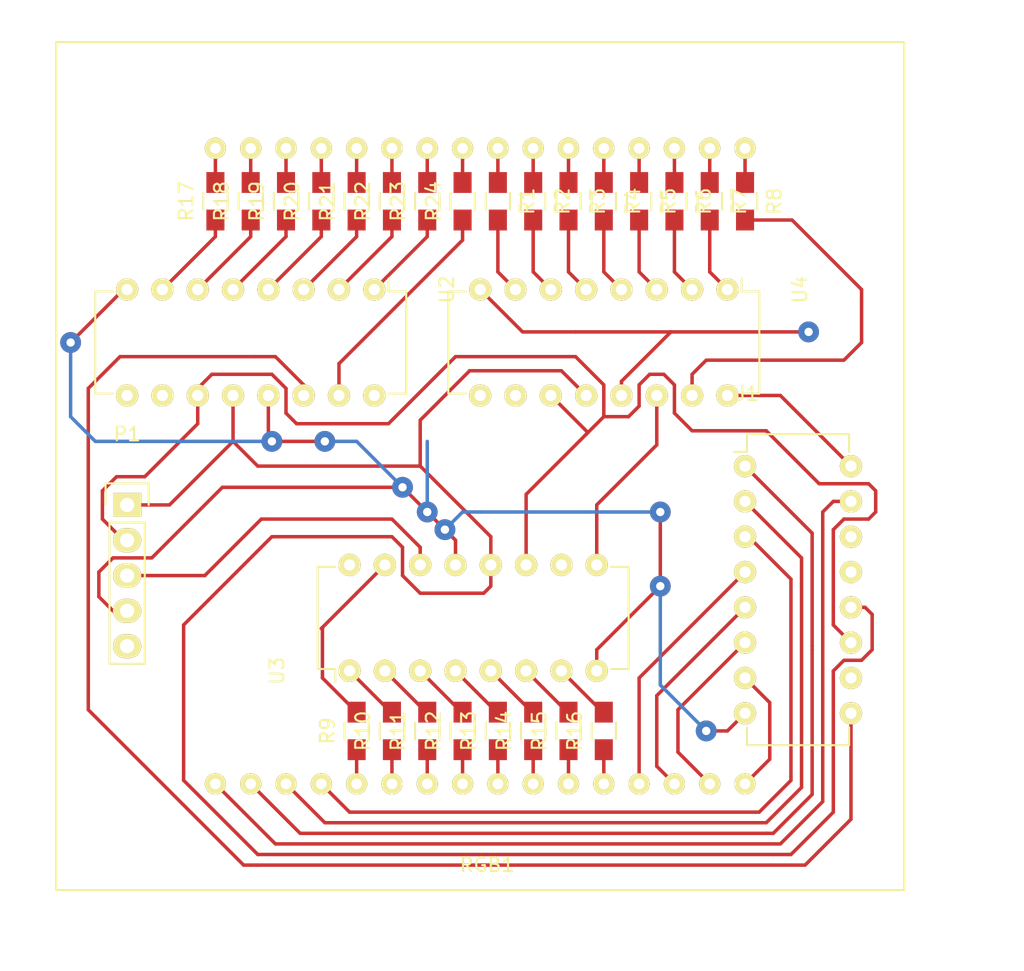
<source format=kicad_pcb>
(kicad_pcb (version 4) (host pcbnew 4.0.2-stable)

  (general
    (links 84)
    (no_connects 3)
    (area 0 0 0 0)
    (thickness 1.6)
    (drawings 0)
    (tracks 290)
    (zones 0)
    (modules 30)
    (nets 65)
  )

  (page A4)
  (layers
    (0 F.Cu signal)
    (31 B.Cu signal)
    (33 F.Adhes user)
    (35 F.Paste user)
    (37 F.SilkS user)
    (39 F.Mask user)
    (40 Dwgs.User user)
    (41 Cmts.User user)
    (42 Eco1.User user)
    (43 Eco2.User user)
    (44 Edge.Cuts user)
    (45 Margin user)
    (47 F.CrtYd user)
    (49 F.Fab user)
  )

  (setup
    (last_trace_width 0.25)
    (trace_clearance 0.2)
    (zone_clearance 0.508)
    (zone_45_only no)
    (trace_min 0.2)
    (segment_width 0.2)
    (edge_width 0.15)
    (via_size 0.6)
    (via_drill 0.4)
    (via_min_size 0.4)
    (via_min_drill 0.3)
    (user_via 1.5 0.6)
    (uvia_size 0.3)
    (uvia_drill 0.1)
    (uvias_allowed no)
    (uvia_min_size 0.2)
    (uvia_min_drill 0.1)
    (pcb_text_width 0.3)
    (pcb_text_size 1.5 1.5)
    (mod_edge_width 0.15)
    (mod_text_size 1 1)
    (mod_text_width 0.15)
    (pad_size 1.524 1.524)
    (pad_drill 0.762)
    (pad_to_mask_clearance 0.2)
    (aux_axis_origin 0 0)
    (visible_elements 7FFFFFFF)
    (pcbplotparams
      (layerselection 0x00030_80000001)
      (usegerberextensions false)
      (excludeedgelayer true)
      (linewidth 0.100000)
      (plotframeref false)
      (viasonmask false)
      (mode 1)
      (useauxorigin false)
      (hpglpennumber 1)
      (hpglpenspeed 20)
      (hpglpendiameter 15)
      (hpglpenoverlay 2)
      (psnegative false)
      (psa4output false)
      (plotreference true)
      (plotvalue true)
      (plotinvisibletext false)
      (padsonsilk false)
      (subtractmaskfromsilk false)
      (outputformat 1)
      (mirror false)
      (drillshape 1)
      (scaleselection 1)
      (outputdirectory ""))
  )

  (net 0 "")
  (net 1 /RCLK)
  (net 2 /SRCLK)
  (net 3 /SER)
  (net 4 GND)
  (net 5 +5V)
  (net 6 "Net-(R1-Pad1)")
  (net 7 /R1)
  (net 8 "Net-(R2-Pad1)")
  (net 9 /R2)
  (net 10 "Net-(R3-Pad1)")
  (net 11 /R3)
  (net 12 "Net-(R4-Pad1)")
  (net 13 /R4)
  (net 14 "Net-(R5-Pad1)")
  (net 15 /R5)
  (net 16 "Net-(R6-Pad1)")
  (net 17 /R6)
  (net 18 "Net-(R7-Pad1)")
  (net 19 /R7)
  (net 20 "Net-(R8-Pad1)")
  (net 21 /R8)
  (net 22 "Net-(R9-Pad1)")
  (net 23 /G1)
  (net 24 "Net-(R10-Pad1)")
  (net 25 /G2)
  (net 26 "Net-(R11-Pad1)")
  (net 27 /G3)
  (net 28 "Net-(R12-Pad1)")
  (net 29 /G4)
  (net 30 /G5)
  (net 31 /G6)
  (net 32 /G7)
  (net 33 /G8)
  (net 34 /B1)
  (net 35 "Net-(R17-Pad2)")
  (net 36 /B2)
  (net 37 "Net-(R18-Pad2)")
  (net 38 /B3)
  (net 39 "Net-(R19-Pad2)")
  (net 40 /B4)
  (net 41 "Net-(R20-Pad2)")
  (net 42 /B5)
  (net 43 "Net-(R21-Pad2)")
  (net 44 /B6)
  (net 45 "Net-(R22-Pad2)")
  (net 46 /B7)
  (net 47 "Net-(R23-Pad2)")
  (net 48 /B8)
  (net 49 "Net-(R24-Pad2)")
  (net 50 /ROW1)
  (net 51 /ROW2)
  (net 52 /ROW3)
  (net 53 /ROW4)
  (net 54 /ROW5)
  (net 55 /ROW6)
  (net 56 /ROW7)
  (net 57 /ROW8)
  (net 58 "Net-(R13-Pad1)")
  (net 59 "Net-(R14-Pad1)")
  (net 60 "Net-(R15-Pad1)")
  (net 61 "Net-(R16-Pad1)")
  (net 62 /SER12)
  (net 63 /SER34)
  (net 64 /SER41)

  (net_class Default "This is the default net class."
    (clearance 0.2)
    (trace_width 0.25)
    (via_dia 0.6)
    (via_drill 0.4)
    (uvia_dia 0.3)
    (uvia_drill 0.1)
    (add_net +5V)
    (add_net /B1)
    (add_net /B2)
    (add_net /B3)
    (add_net /B4)
    (add_net /B5)
    (add_net /B6)
    (add_net /B7)
    (add_net /B8)
    (add_net /G1)
    (add_net /G2)
    (add_net /G3)
    (add_net /G4)
    (add_net /G5)
    (add_net /G6)
    (add_net /G7)
    (add_net /G8)
    (add_net /R1)
    (add_net /R2)
    (add_net /R3)
    (add_net /R4)
    (add_net /R5)
    (add_net /R6)
    (add_net /R7)
    (add_net /R8)
    (add_net /RCLK)
    (add_net /ROW1)
    (add_net /ROW2)
    (add_net /ROW3)
    (add_net /ROW4)
    (add_net /ROW5)
    (add_net /ROW6)
    (add_net /ROW7)
    (add_net /ROW8)
    (add_net /SER)
    (add_net /SER12)
    (add_net /SER34)
    (add_net /SER41)
    (add_net /SRCLK)
    (add_net GND)
    (add_net "Net-(R1-Pad1)")
    (add_net "Net-(R10-Pad1)")
    (add_net "Net-(R11-Pad1)")
    (add_net "Net-(R12-Pad1)")
    (add_net "Net-(R13-Pad1)")
    (add_net "Net-(R14-Pad1)")
    (add_net "Net-(R15-Pad1)")
    (add_net "Net-(R16-Pad1)")
    (add_net "Net-(R17-Pad2)")
    (add_net "Net-(R18-Pad2)")
    (add_net "Net-(R19-Pad2)")
    (add_net "Net-(R2-Pad1)")
    (add_net "Net-(R20-Pad2)")
    (add_net "Net-(R21-Pad2)")
    (add_net "Net-(R22-Pad2)")
    (add_net "Net-(R23-Pad2)")
    (add_net "Net-(R24-Pad2)")
    (add_net "Net-(R3-Pad1)")
    (add_net "Net-(R4-Pad1)")
    (add_net "Net-(R5-Pad1)")
    (add_net "Net-(R6-Pad1)")
    (add_net "Net-(R7-Pad1)")
    (add_net "Net-(R8-Pad1)")
    (add_net "Net-(R9-Pad1)")
  )

  (module Pin_Headers:Pin_Header_Straight_1x05 (layer F.Cu) (tedit 54EA0684) (tstamp 570CE4A5)
    (at 195.58 99.314)
    (descr "Through hole pin header")
    (tags "pin header")
    (path /570D5703)
    (fp_text reference P1 (at 0 -5.1) (layer F.SilkS)
      (effects (font (size 1 1) (thickness 0.15)))
    )
    (fp_text value CONN_01X05 (at 0 -3.1) (layer F.Fab)
      (effects (font (size 1 1) (thickness 0.15)))
    )
    (fp_line (start -1.55 0) (end -1.55 -1.55) (layer F.SilkS) (width 0.15))
    (fp_line (start -1.55 -1.55) (end 1.55 -1.55) (layer F.SilkS) (width 0.15))
    (fp_line (start 1.55 -1.55) (end 1.55 0) (layer F.SilkS) (width 0.15))
    (fp_line (start -1.75 -1.75) (end -1.75 11.95) (layer F.CrtYd) (width 0.05))
    (fp_line (start 1.75 -1.75) (end 1.75 11.95) (layer F.CrtYd) (width 0.05))
    (fp_line (start -1.75 -1.75) (end 1.75 -1.75) (layer F.CrtYd) (width 0.05))
    (fp_line (start -1.75 11.95) (end 1.75 11.95) (layer F.CrtYd) (width 0.05))
    (fp_line (start 1.27 1.27) (end 1.27 11.43) (layer F.SilkS) (width 0.15))
    (fp_line (start 1.27 11.43) (end -1.27 11.43) (layer F.SilkS) (width 0.15))
    (fp_line (start -1.27 11.43) (end -1.27 1.27) (layer F.SilkS) (width 0.15))
    (fp_line (start 1.27 1.27) (end -1.27 1.27) (layer F.SilkS) (width 0.15))
    (pad 1 thru_hole rect (at 0 0) (size 2.032 1.7272) (drill 1.016) (layers *.Cu *.Mask F.SilkS)
      (net 1 /RCLK))
    (pad 2 thru_hole oval (at 0 2.54) (size 2.032 1.7272) (drill 1.016) (layers *.Cu *.Mask F.SilkS)
      (net 2 /SRCLK))
    (pad 3 thru_hole oval (at 0 5.08) (size 2.032 1.7272) (drill 1.016) (layers *.Cu *.Mask F.SilkS)
      (net 3 /SER))
    (pad 4 thru_hole oval (at 0 7.62) (size 2.032 1.7272) (drill 1.016) (layers *.Cu *.Mask F.SilkS)
      (net 4 GND))
    (pad 5 thru_hole oval (at 0 10.16) (size 2.032 1.7272) (drill 1.016) (layers *.Cu *.Mask F.SilkS)
      (net 5 +5V))
    (model Pin_Headers.3dshapes/Pin_Header_Straight_1x05.wrl
      (at (xyz 0 -0.2 0))
      (scale (xyz 1 1 1))
      (rotate (xyz 0 0 90))
    )
  )

  (module Resistors_SMD:R_0805_HandSoldering (layer F.Cu) (tedit 54189DEE) (tstamp 570CE4AB)
    (at 222.25 77.47 270)
    (descr "Resistor SMD 0805, hand soldering")
    (tags "resistor 0805")
    (path /570CF4D4)
    (attr smd)
    (fp_text reference R1 (at 0 -2.1 270) (layer F.SilkS)
      (effects (font (size 1 1) (thickness 0.15)))
    )
    (fp_text value 120 (at 0 2.1 270) (layer F.Fab)
      (effects (font (size 1 1) (thickness 0.15)))
    )
    (fp_line (start -2.4 -1) (end 2.4 -1) (layer F.CrtYd) (width 0.05))
    (fp_line (start -2.4 1) (end 2.4 1) (layer F.CrtYd) (width 0.05))
    (fp_line (start -2.4 -1) (end -2.4 1) (layer F.CrtYd) (width 0.05))
    (fp_line (start 2.4 -1) (end 2.4 1) (layer F.CrtYd) (width 0.05))
    (fp_line (start 0.6 0.875) (end -0.6 0.875) (layer F.SilkS) (width 0.15))
    (fp_line (start -0.6 -0.875) (end 0.6 -0.875) (layer F.SilkS) (width 0.15))
    (pad 1 smd rect (at -1.35 0 270) (size 1.5 1.3) (layers F.Cu F.Paste F.Mask)
      (net 6 "Net-(R1-Pad1)"))
    (pad 2 smd rect (at 1.35 0 270) (size 1.5 1.3) (layers F.Cu F.Paste F.Mask)
      (net 7 /R1))
    (model Resistors_SMD.3dshapes/R_0805_HandSoldering.wrl
      (at (xyz 0 0 0))
      (scale (xyz 1 1 1))
      (rotate (xyz 0 0 0))
    )
  )

  (module Resistors_SMD:R_0805_HandSoldering (layer F.Cu) (tedit 54189DEE) (tstamp 570CE4B1)
    (at 224.79 77.47 270)
    (descr "Resistor SMD 0805, hand soldering")
    (tags "resistor 0805")
    (path /570CF4DA)
    (attr smd)
    (fp_text reference R2 (at 0 -2.1 270) (layer F.SilkS)
      (effects (font (size 1 1) (thickness 0.15)))
    )
    (fp_text value 120 (at 0 2.1 270) (layer F.Fab)
      (effects (font (size 1 1) (thickness 0.15)))
    )
    (fp_line (start -2.4 -1) (end 2.4 -1) (layer F.CrtYd) (width 0.05))
    (fp_line (start -2.4 1) (end 2.4 1) (layer F.CrtYd) (width 0.05))
    (fp_line (start -2.4 -1) (end -2.4 1) (layer F.CrtYd) (width 0.05))
    (fp_line (start 2.4 -1) (end 2.4 1) (layer F.CrtYd) (width 0.05))
    (fp_line (start 0.6 0.875) (end -0.6 0.875) (layer F.SilkS) (width 0.15))
    (fp_line (start -0.6 -0.875) (end 0.6 -0.875) (layer F.SilkS) (width 0.15))
    (pad 1 smd rect (at -1.35 0 270) (size 1.5 1.3) (layers F.Cu F.Paste F.Mask)
      (net 8 "Net-(R2-Pad1)"))
    (pad 2 smd rect (at 1.35 0 270) (size 1.5 1.3) (layers F.Cu F.Paste F.Mask)
      (net 9 /R2))
    (model Resistors_SMD.3dshapes/R_0805_HandSoldering.wrl
      (at (xyz 0 0 0))
      (scale (xyz 1 1 1))
      (rotate (xyz 0 0 0))
    )
  )

  (module Resistors_SMD:R_0805_HandSoldering (layer F.Cu) (tedit 54189DEE) (tstamp 570CE4B7)
    (at 227.33 77.47 270)
    (descr "Resistor SMD 0805, hand soldering")
    (tags "resistor 0805")
    (path /570CF4E0)
    (attr smd)
    (fp_text reference R3 (at 0 -2.1 270) (layer F.SilkS)
      (effects (font (size 1 1) (thickness 0.15)))
    )
    (fp_text value 120 (at 0 2.1 270) (layer F.Fab)
      (effects (font (size 1 1) (thickness 0.15)))
    )
    (fp_line (start -2.4 -1) (end 2.4 -1) (layer F.CrtYd) (width 0.05))
    (fp_line (start -2.4 1) (end 2.4 1) (layer F.CrtYd) (width 0.05))
    (fp_line (start -2.4 -1) (end -2.4 1) (layer F.CrtYd) (width 0.05))
    (fp_line (start 2.4 -1) (end 2.4 1) (layer F.CrtYd) (width 0.05))
    (fp_line (start 0.6 0.875) (end -0.6 0.875) (layer F.SilkS) (width 0.15))
    (fp_line (start -0.6 -0.875) (end 0.6 -0.875) (layer F.SilkS) (width 0.15))
    (pad 1 smd rect (at -1.35 0 270) (size 1.5 1.3) (layers F.Cu F.Paste F.Mask)
      (net 10 "Net-(R3-Pad1)"))
    (pad 2 smd rect (at 1.35 0 270) (size 1.5 1.3) (layers F.Cu F.Paste F.Mask)
      (net 11 /R3))
    (model Resistors_SMD.3dshapes/R_0805_HandSoldering.wrl
      (at (xyz 0 0 0))
      (scale (xyz 1 1 1))
      (rotate (xyz 0 0 0))
    )
  )

  (module Resistors_SMD:R_0805_HandSoldering (layer F.Cu) (tedit 54189DEE) (tstamp 570CE4BD)
    (at 229.87 77.47 270)
    (descr "Resistor SMD 0805, hand soldering")
    (tags "resistor 0805")
    (path /570CF4E6)
    (attr smd)
    (fp_text reference R4 (at 0 -2.1 270) (layer F.SilkS)
      (effects (font (size 1 1) (thickness 0.15)))
    )
    (fp_text value 120 (at 0 2.1 270) (layer F.Fab)
      (effects (font (size 1 1) (thickness 0.15)))
    )
    (fp_line (start -2.4 -1) (end 2.4 -1) (layer F.CrtYd) (width 0.05))
    (fp_line (start -2.4 1) (end 2.4 1) (layer F.CrtYd) (width 0.05))
    (fp_line (start -2.4 -1) (end -2.4 1) (layer F.CrtYd) (width 0.05))
    (fp_line (start 2.4 -1) (end 2.4 1) (layer F.CrtYd) (width 0.05))
    (fp_line (start 0.6 0.875) (end -0.6 0.875) (layer F.SilkS) (width 0.15))
    (fp_line (start -0.6 -0.875) (end 0.6 -0.875) (layer F.SilkS) (width 0.15))
    (pad 1 smd rect (at -1.35 0 270) (size 1.5 1.3) (layers F.Cu F.Paste F.Mask)
      (net 12 "Net-(R4-Pad1)"))
    (pad 2 smd rect (at 1.35 0 270) (size 1.5 1.3) (layers F.Cu F.Paste F.Mask)
      (net 13 /R4))
    (model Resistors_SMD.3dshapes/R_0805_HandSoldering.wrl
      (at (xyz 0 0 0))
      (scale (xyz 1 1 1))
      (rotate (xyz 0 0 0))
    )
  )

  (module Resistors_SMD:R_0805_HandSoldering (layer F.Cu) (tedit 54189DEE) (tstamp 570CE4C3)
    (at 232.41 77.47 270)
    (descr "Resistor SMD 0805, hand soldering")
    (tags "resistor 0805")
    (path /570CF4EC)
    (attr smd)
    (fp_text reference R5 (at 0 -2.1 270) (layer F.SilkS)
      (effects (font (size 1 1) (thickness 0.15)))
    )
    (fp_text value 120 (at 0 2.1 270) (layer F.Fab)
      (effects (font (size 1 1) (thickness 0.15)))
    )
    (fp_line (start -2.4 -1) (end 2.4 -1) (layer F.CrtYd) (width 0.05))
    (fp_line (start -2.4 1) (end 2.4 1) (layer F.CrtYd) (width 0.05))
    (fp_line (start -2.4 -1) (end -2.4 1) (layer F.CrtYd) (width 0.05))
    (fp_line (start 2.4 -1) (end 2.4 1) (layer F.CrtYd) (width 0.05))
    (fp_line (start 0.6 0.875) (end -0.6 0.875) (layer F.SilkS) (width 0.15))
    (fp_line (start -0.6 -0.875) (end 0.6 -0.875) (layer F.SilkS) (width 0.15))
    (pad 1 smd rect (at -1.35 0 270) (size 1.5 1.3) (layers F.Cu F.Paste F.Mask)
      (net 14 "Net-(R5-Pad1)"))
    (pad 2 smd rect (at 1.35 0 270) (size 1.5 1.3) (layers F.Cu F.Paste F.Mask)
      (net 15 /R5))
    (model Resistors_SMD.3dshapes/R_0805_HandSoldering.wrl
      (at (xyz 0 0 0))
      (scale (xyz 1 1 1))
      (rotate (xyz 0 0 0))
    )
  )

  (module Resistors_SMD:R_0805_HandSoldering (layer F.Cu) (tedit 54189DEE) (tstamp 570CE4C9)
    (at 234.95 77.47 270)
    (descr "Resistor SMD 0805, hand soldering")
    (tags "resistor 0805")
    (path /570CF4F2)
    (attr smd)
    (fp_text reference R6 (at 0 -2.1 270) (layer F.SilkS)
      (effects (font (size 1 1) (thickness 0.15)))
    )
    (fp_text value 120 (at 0 2.1 270) (layer F.Fab)
      (effects (font (size 1 1) (thickness 0.15)))
    )
    (fp_line (start -2.4 -1) (end 2.4 -1) (layer F.CrtYd) (width 0.05))
    (fp_line (start -2.4 1) (end 2.4 1) (layer F.CrtYd) (width 0.05))
    (fp_line (start -2.4 -1) (end -2.4 1) (layer F.CrtYd) (width 0.05))
    (fp_line (start 2.4 -1) (end 2.4 1) (layer F.CrtYd) (width 0.05))
    (fp_line (start 0.6 0.875) (end -0.6 0.875) (layer F.SilkS) (width 0.15))
    (fp_line (start -0.6 -0.875) (end 0.6 -0.875) (layer F.SilkS) (width 0.15))
    (pad 1 smd rect (at -1.35 0 270) (size 1.5 1.3) (layers F.Cu F.Paste F.Mask)
      (net 16 "Net-(R6-Pad1)"))
    (pad 2 smd rect (at 1.35 0 270) (size 1.5 1.3) (layers F.Cu F.Paste F.Mask)
      (net 17 /R6))
    (model Resistors_SMD.3dshapes/R_0805_HandSoldering.wrl
      (at (xyz 0 0 0))
      (scale (xyz 1 1 1))
      (rotate (xyz 0 0 0))
    )
  )

  (module Resistors_SMD:R_0805_HandSoldering (layer F.Cu) (tedit 54189DEE) (tstamp 570CE4CF)
    (at 237.49 77.47 270)
    (descr "Resistor SMD 0805, hand soldering")
    (tags "resistor 0805")
    (path /570CF4F8)
    (attr smd)
    (fp_text reference R7 (at 0 -2.1 270) (layer F.SilkS)
      (effects (font (size 1 1) (thickness 0.15)))
    )
    (fp_text value 120 (at 0 2.1 270) (layer F.Fab)
      (effects (font (size 1 1) (thickness 0.15)))
    )
    (fp_line (start -2.4 -1) (end 2.4 -1) (layer F.CrtYd) (width 0.05))
    (fp_line (start -2.4 1) (end 2.4 1) (layer F.CrtYd) (width 0.05))
    (fp_line (start -2.4 -1) (end -2.4 1) (layer F.CrtYd) (width 0.05))
    (fp_line (start 2.4 -1) (end 2.4 1) (layer F.CrtYd) (width 0.05))
    (fp_line (start 0.6 0.875) (end -0.6 0.875) (layer F.SilkS) (width 0.15))
    (fp_line (start -0.6 -0.875) (end 0.6 -0.875) (layer F.SilkS) (width 0.15))
    (pad 1 smd rect (at -1.35 0 270) (size 1.5 1.3) (layers F.Cu F.Paste F.Mask)
      (net 18 "Net-(R7-Pad1)"))
    (pad 2 smd rect (at 1.35 0 270) (size 1.5 1.3) (layers F.Cu F.Paste F.Mask)
      (net 19 /R7))
    (model Resistors_SMD.3dshapes/R_0805_HandSoldering.wrl
      (at (xyz 0 0 0))
      (scale (xyz 1 1 1))
      (rotate (xyz 0 0 0))
    )
  )

  (module Resistors_SMD:R_0805_HandSoldering (layer F.Cu) (tedit 54189DEE) (tstamp 570CE4D5)
    (at 240.03 77.47 270)
    (descr "Resistor SMD 0805, hand soldering")
    (tags "resistor 0805")
    (path /570CF4FE)
    (attr smd)
    (fp_text reference R8 (at 0 -2.1 270) (layer F.SilkS)
      (effects (font (size 1 1) (thickness 0.15)))
    )
    (fp_text value 120 (at 0 2.1 270) (layer F.Fab)
      (effects (font (size 1 1) (thickness 0.15)))
    )
    (fp_line (start -2.4 -1) (end 2.4 -1) (layer F.CrtYd) (width 0.05))
    (fp_line (start -2.4 1) (end 2.4 1) (layer F.CrtYd) (width 0.05))
    (fp_line (start -2.4 -1) (end -2.4 1) (layer F.CrtYd) (width 0.05))
    (fp_line (start 2.4 -1) (end 2.4 1) (layer F.CrtYd) (width 0.05))
    (fp_line (start 0.6 0.875) (end -0.6 0.875) (layer F.SilkS) (width 0.15))
    (fp_line (start -0.6 -0.875) (end 0.6 -0.875) (layer F.SilkS) (width 0.15))
    (pad 1 smd rect (at -1.35 0 270) (size 1.5 1.3) (layers F.Cu F.Paste F.Mask)
      (net 20 "Net-(R8-Pad1)"))
    (pad 2 smd rect (at 1.35 0 270) (size 1.5 1.3) (layers F.Cu F.Paste F.Mask)
      (net 21 /R8))
    (model Resistors_SMD.3dshapes/R_0805_HandSoldering.wrl
      (at (xyz 0 0 0))
      (scale (xyz 1 1 1))
      (rotate (xyz 0 0 0))
    )
  )

  (module Resistors_SMD:R_0805_HandSoldering (layer F.Cu) (tedit 54189DEE) (tstamp 570CE4DB)
    (at 212.09 115.57 90)
    (descr "Resistor SMD 0805, hand soldering")
    (tags "resistor 0805")
    (path /570CF706)
    (attr smd)
    (fp_text reference R9 (at 0 -2.1 90) (layer F.SilkS)
      (effects (font (size 1 1) (thickness 0.15)))
    )
    (fp_text value 82 (at 0 2.1 90) (layer F.Fab)
      (effects (font (size 1 1) (thickness 0.15)))
    )
    (fp_line (start -2.4 -1) (end 2.4 -1) (layer F.CrtYd) (width 0.05))
    (fp_line (start -2.4 1) (end 2.4 1) (layer F.CrtYd) (width 0.05))
    (fp_line (start -2.4 -1) (end -2.4 1) (layer F.CrtYd) (width 0.05))
    (fp_line (start 2.4 -1) (end 2.4 1) (layer F.CrtYd) (width 0.05))
    (fp_line (start 0.6 0.875) (end -0.6 0.875) (layer F.SilkS) (width 0.15))
    (fp_line (start -0.6 -0.875) (end 0.6 -0.875) (layer F.SilkS) (width 0.15))
    (pad 1 smd rect (at -1.35 0 90) (size 1.5 1.3) (layers F.Cu F.Paste F.Mask)
      (net 22 "Net-(R9-Pad1)"))
    (pad 2 smd rect (at 1.35 0 90) (size 1.5 1.3) (layers F.Cu F.Paste F.Mask)
      (net 23 /G1))
    (model Resistors_SMD.3dshapes/R_0805_HandSoldering.wrl
      (at (xyz 0 0 0))
      (scale (xyz 1 1 1))
      (rotate (xyz 0 0 0))
    )
  )

  (module Resistors_SMD:R_0805_HandSoldering (layer F.Cu) (tedit 54189DEE) (tstamp 570CE4E1)
    (at 214.63 115.57 90)
    (descr "Resistor SMD 0805, hand soldering")
    (tags "resistor 0805")
    (path /570CF70C)
    (attr smd)
    (fp_text reference R10 (at 0 -2.1 90) (layer F.SilkS)
      (effects (font (size 1 1) (thickness 0.15)))
    )
    (fp_text value 82 (at 0 2.1 90) (layer F.Fab)
      (effects (font (size 1 1) (thickness 0.15)))
    )
    (fp_line (start -2.4 -1) (end 2.4 -1) (layer F.CrtYd) (width 0.05))
    (fp_line (start -2.4 1) (end 2.4 1) (layer F.CrtYd) (width 0.05))
    (fp_line (start -2.4 -1) (end -2.4 1) (layer F.CrtYd) (width 0.05))
    (fp_line (start 2.4 -1) (end 2.4 1) (layer F.CrtYd) (width 0.05))
    (fp_line (start 0.6 0.875) (end -0.6 0.875) (layer F.SilkS) (width 0.15))
    (fp_line (start -0.6 -0.875) (end 0.6 -0.875) (layer F.SilkS) (width 0.15))
    (pad 1 smd rect (at -1.35 0 90) (size 1.5 1.3) (layers F.Cu F.Paste F.Mask)
      (net 24 "Net-(R10-Pad1)"))
    (pad 2 smd rect (at 1.35 0 90) (size 1.5 1.3) (layers F.Cu F.Paste F.Mask)
      (net 25 /G2))
    (model Resistors_SMD.3dshapes/R_0805_HandSoldering.wrl
      (at (xyz 0 0 0))
      (scale (xyz 1 1 1))
      (rotate (xyz 0 0 0))
    )
  )

  (module Resistors_SMD:R_0805_HandSoldering (layer F.Cu) (tedit 54189DEE) (tstamp 570CE4E7)
    (at 217.17 115.57 90)
    (descr "Resistor SMD 0805, hand soldering")
    (tags "resistor 0805")
    (path /570CF712)
    (attr smd)
    (fp_text reference R11 (at 0 -2.1 90) (layer F.SilkS)
      (effects (font (size 1 1) (thickness 0.15)))
    )
    (fp_text value 82 (at 0 2.1 90) (layer F.Fab)
      (effects (font (size 1 1) (thickness 0.15)))
    )
    (fp_line (start -2.4 -1) (end 2.4 -1) (layer F.CrtYd) (width 0.05))
    (fp_line (start -2.4 1) (end 2.4 1) (layer F.CrtYd) (width 0.05))
    (fp_line (start -2.4 -1) (end -2.4 1) (layer F.CrtYd) (width 0.05))
    (fp_line (start 2.4 -1) (end 2.4 1) (layer F.CrtYd) (width 0.05))
    (fp_line (start 0.6 0.875) (end -0.6 0.875) (layer F.SilkS) (width 0.15))
    (fp_line (start -0.6 -0.875) (end 0.6 -0.875) (layer F.SilkS) (width 0.15))
    (pad 1 smd rect (at -1.35 0 90) (size 1.5 1.3) (layers F.Cu F.Paste F.Mask)
      (net 26 "Net-(R11-Pad1)"))
    (pad 2 smd rect (at 1.35 0 90) (size 1.5 1.3) (layers F.Cu F.Paste F.Mask)
      (net 27 /G3))
    (model Resistors_SMD.3dshapes/R_0805_HandSoldering.wrl
      (at (xyz 0 0 0))
      (scale (xyz 1 1 1))
      (rotate (xyz 0 0 0))
    )
  )

  (module Resistors_SMD:R_0805_HandSoldering (layer F.Cu) (tedit 54189DEE) (tstamp 570CE4ED)
    (at 219.71 115.57 90)
    (descr "Resistor SMD 0805, hand soldering")
    (tags "resistor 0805")
    (path /570CF718)
    (attr smd)
    (fp_text reference R12 (at 0 -2.1 90) (layer F.SilkS)
      (effects (font (size 1 1) (thickness 0.15)))
    )
    (fp_text value 82 (at 0 2.1 90) (layer F.Fab)
      (effects (font (size 1 1) (thickness 0.15)))
    )
    (fp_line (start -2.4 -1) (end 2.4 -1) (layer F.CrtYd) (width 0.05))
    (fp_line (start -2.4 1) (end 2.4 1) (layer F.CrtYd) (width 0.05))
    (fp_line (start -2.4 -1) (end -2.4 1) (layer F.CrtYd) (width 0.05))
    (fp_line (start 2.4 -1) (end 2.4 1) (layer F.CrtYd) (width 0.05))
    (fp_line (start 0.6 0.875) (end -0.6 0.875) (layer F.SilkS) (width 0.15))
    (fp_line (start -0.6 -0.875) (end 0.6 -0.875) (layer F.SilkS) (width 0.15))
    (pad 1 smd rect (at -1.35 0 90) (size 1.5 1.3) (layers F.Cu F.Paste F.Mask)
      (net 28 "Net-(R12-Pad1)"))
    (pad 2 smd rect (at 1.35 0 90) (size 1.5 1.3) (layers F.Cu F.Paste F.Mask)
      (net 29 /G4))
    (model Resistors_SMD.3dshapes/R_0805_HandSoldering.wrl
      (at (xyz 0 0 0))
      (scale (xyz 1 1 1))
      (rotate (xyz 0 0 0))
    )
  )

  (module Resistors_SMD:R_0805_HandSoldering (layer F.Cu) (tedit 54189DEE) (tstamp 570CE4F3)
    (at 222.25 115.57 90)
    (descr "Resistor SMD 0805, hand soldering")
    (tags "resistor 0805")
    (path /570CF71E)
    (attr smd)
    (fp_text reference R13 (at 0 -2.1 90) (layer F.SilkS)
      (effects (font (size 1 1) (thickness 0.15)))
    )
    (fp_text value 82 (at 0 2.1 90) (layer F.Fab)
      (effects (font (size 1 1) (thickness 0.15)))
    )
    (fp_line (start -2.4 -1) (end 2.4 -1) (layer F.CrtYd) (width 0.05))
    (fp_line (start -2.4 1) (end 2.4 1) (layer F.CrtYd) (width 0.05))
    (fp_line (start -2.4 -1) (end -2.4 1) (layer F.CrtYd) (width 0.05))
    (fp_line (start 2.4 -1) (end 2.4 1) (layer F.CrtYd) (width 0.05))
    (fp_line (start 0.6 0.875) (end -0.6 0.875) (layer F.SilkS) (width 0.15))
    (fp_line (start -0.6 -0.875) (end 0.6 -0.875) (layer F.SilkS) (width 0.15))
    (pad 1 smd rect (at -1.35 0 90) (size 1.5 1.3) (layers F.Cu F.Paste F.Mask)
      (net 58 "Net-(R13-Pad1)"))
    (pad 2 smd rect (at 1.35 0 90) (size 1.5 1.3) (layers F.Cu F.Paste F.Mask)
      (net 30 /G5))
    (model Resistors_SMD.3dshapes/R_0805_HandSoldering.wrl
      (at (xyz 0 0 0))
      (scale (xyz 1 1 1))
      (rotate (xyz 0 0 0))
    )
  )

  (module Resistors_SMD:R_0805_HandSoldering (layer F.Cu) (tedit 54189DEE) (tstamp 570CE4F9)
    (at 224.79 115.57 90)
    (descr "Resistor SMD 0805, hand soldering")
    (tags "resistor 0805")
    (path /570CF724)
    (attr smd)
    (fp_text reference R14 (at 0 -2.1 90) (layer F.SilkS)
      (effects (font (size 1 1) (thickness 0.15)))
    )
    (fp_text value 82 (at 0 2.1 90) (layer F.Fab)
      (effects (font (size 1 1) (thickness 0.15)))
    )
    (fp_line (start -2.4 -1) (end 2.4 -1) (layer F.CrtYd) (width 0.05))
    (fp_line (start -2.4 1) (end 2.4 1) (layer F.CrtYd) (width 0.05))
    (fp_line (start -2.4 -1) (end -2.4 1) (layer F.CrtYd) (width 0.05))
    (fp_line (start 2.4 -1) (end 2.4 1) (layer F.CrtYd) (width 0.05))
    (fp_line (start 0.6 0.875) (end -0.6 0.875) (layer F.SilkS) (width 0.15))
    (fp_line (start -0.6 -0.875) (end 0.6 -0.875) (layer F.SilkS) (width 0.15))
    (pad 1 smd rect (at -1.35 0 90) (size 1.5 1.3) (layers F.Cu F.Paste F.Mask)
      (net 59 "Net-(R14-Pad1)"))
    (pad 2 smd rect (at 1.35 0 90) (size 1.5 1.3) (layers F.Cu F.Paste F.Mask)
      (net 31 /G6))
    (model Resistors_SMD.3dshapes/R_0805_HandSoldering.wrl
      (at (xyz 0 0 0))
      (scale (xyz 1 1 1))
      (rotate (xyz 0 0 0))
    )
  )

  (module Resistors_SMD:R_0805_HandSoldering (layer F.Cu) (tedit 54189DEE) (tstamp 570CE4FF)
    (at 227.33 115.57 90)
    (descr "Resistor SMD 0805, hand soldering")
    (tags "resistor 0805")
    (path /570CF72A)
    (attr smd)
    (fp_text reference R15 (at 0 -2.1 90) (layer F.SilkS)
      (effects (font (size 1 1) (thickness 0.15)))
    )
    (fp_text value 82 (at 0 2.1 90) (layer F.Fab)
      (effects (font (size 1 1) (thickness 0.15)))
    )
    (fp_line (start -2.4 -1) (end 2.4 -1) (layer F.CrtYd) (width 0.05))
    (fp_line (start -2.4 1) (end 2.4 1) (layer F.CrtYd) (width 0.05))
    (fp_line (start -2.4 -1) (end -2.4 1) (layer F.CrtYd) (width 0.05))
    (fp_line (start 2.4 -1) (end 2.4 1) (layer F.CrtYd) (width 0.05))
    (fp_line (start 0.6 0.875) (end -0.6 0.875) (layer F.SilkS) (width 0.15))
    (fp_line (start -0.6 -0.875) (end 0.6 -0.875) (layer F.SilkS) (width 0.15))
    (pad 1 smd rect (at -1.35 0 90) (size 1.5 1.3) (layers F.Cu F.Paste F.Mask)
      (net 60 "Net-(R15-Pad1)"))
    (pad 2 smd rect (at 1.35 0 90) (size 1.5 1.3) (layers F.Cu F.Paste F.Mask)
      (net 32 /G7))
    (model Resistors_SMD.3dshapes/R_0805_HandSoldering.wrl
      (at (xyz 0 0 0))
      (scale (xyz 1 1 1))
      (rotate (xyz 0 0 0))
    )
  )

  (module Resistors_SMD:R_0805_HandSoldering (layer F.Cu) (tedit 54189DEE) (tstamp 570CE505)
    (at 229.87 115.57 90)
    (descr "Resistor SMD 0805, hand soldering")
    (tags "resistor 0805")
    (path /570CF730)
    (attr smd)
    (fp_text reference R16 (at 0 -2.1 90) (layer F.SilkS)
      (effects (font (size 1 1) (thickness 0.15)))
    )
    (fp_text value 82 (at 0 2.1 90) (layer F.Fab)
      (effects (font (size 1 1) (thickness 0.15)))
    )
    (fp_line (start -2.4 -1) (end 2.4 -1) (layer F.CrtYd) (width 0.05))
    (fp_line (start -2.4 1) (end 2.4 1) (layer F.CrtYd) (width 0.05))
    (fp_line (start -2.4 -1) (end -2.4 1) (layer F.CrtYd) (width 0.05))
    (fp_line (start 2.4 -1) (end 2.4 1) (layer F.CrtYd) (width 0.05))
    (fp_line (start 0.6 0.875) (end -0.6 0.875) (layer F.SilkS) (width 0.15))
    (fp_line (start -0.6 -0.875) (end 0.6 -0.875) (layer F.SilkS) (width 0.15))
    (pad 1 smd rect (at -1.35 0 90) (size 1.5 1.3) (layers F.Cu F.Paste F.Mask)
      (net 61 "Net-(R16-Pad1)"))
    (pad 2 smd rect (at 1.35 0 90) (size 1.5 1.3) (layers F.Cu F.Paste F.Mask)
      (net 33 /G8))
    (model Resistors_SMD.3dshapes/R_0805_HandSoldering.wrl
      (at (xyz 0 0 0))
      (scale (xyz 1 1 1))
      (rotate (xyz 0 0 0))
    )
  )

  (module Resistors_SMD:R_0805_HandSoldering (layer F.Cu) (tedit 54189DEE) (tstamp 570CE50B)
    (at 201.93 77.47 90)
    (descr "Resistor SMD 0805, hand soldering")
    (tags "resistor 0805")
    (path /570CE7CE)
    (attr smd)
    (fp_text reference R17 (at 0 -2.1 90) (layer F.SilkS)
      (effects (font (size 1 1) (thickness 0.15)))
    )
    (fp_text value 82 (at 0 2.1 90) (layer F.Fab)
      (effects (font (size 1 1) (thickness 0.15)))
    )
    (fp_line (start -2.4 -1) (end 2.4 -1) (layer F.CrtYd) (width 0.05))
    (fp_line (start -2.4 1) (end 2.4 1) (layer F.CrtYd) (width 0.05))
    (fp_line (start -2.4 -1) (end -2.4 1) (layer F.CrtYd) (width 0.05))
    (fp_line (start 2.4 -1) (end 2.4 1) (layer F.CrtYd) (width 0.05))
    (fp_line (start 0.6 0.875) (end -0.6 0.875) (layer F.SilkS) (width 0.15))
    (fp_line (start -0.6 -0.875) (end 0.6 -0.875) (layer F.SilkS) (width 0.15))
    (pad 1 smd rect (at -1.35 0 90) (size 1.5 1.3) (layers F.Cu F.Paste F.Mask)
      (net 34 /B1))
    (pad 2 smd rect (at 1.35 0 90) (size 1.5 1.3) (layers F.Cu F.Paste F.Mask)
      (net 35 "Net-(R17-Pad2)"))
    (model Resistors_SMD.3dshapes/R_0805_HandSoldering.wrl
      (at (xyz 0 0 0))
      (scale (xyz 1 1 1))
      (rotate (xyz 0 0 0))
    )
  )

  (module Resistors_SMD:R_0805_HandSoldering (layer F.Cu) (tedit 54189DEE) (tstamp 570CE511)
    (at 204.47 77.47 90)
    (descr "Resistor SMD 0805, hand soldering")
    (tags "resistor 0805")
    (path /570CE8F4)
    (attr smd)
    (fp_text reference R18 (at 0 -2.1 90) (layer F.SilkS)
      (effects (font (size 1 1) (thickness 0.15)))
    )
    (fp_text value 82 (at 0 2.1 90) (layer F.Fab)
      (effects (font (size 1 1) (thickness 0.15)))
    )
    (fp_line (start -2.4 -1) (end 2.4 -1) (layer F.CrtYd) (width 0.05))
    (fp_line (start -2.4 1) (end 2.4 1) (layer F.CrtYd) (width 0.05))
    (fp_line (start -2.4 -1) (end -2.4 1) (layer F.CrtYd) (width 0.05))
    (fp_line (start 2.4 -1) (end 2.4 1) (layer F.CrtYd) (width 0.05))
    (fp_line (start 0.6 0.875) (end -0.6 0.875) (layer F.SilkS) (width 0.15))
    (fp_line (start -0.6 -0.875) (end 0.6 -0.875) (layer F.SilkS) (width 0.15))
    (pad 1 smd rect (at -1.35 0 90) (size 1.5 1.3) (layers F.Cu F.Paste F.Mask)
      (net 36 /B2))
    (pad 2 smd rect (at 1.35 0 90) (size 1.5 1.3) (layers F.Cu F.Paste F.Mask)
      (net 37 "Net-(R18-Pad2)"))
    (model Resistors_SMD.3dshapes/R_0805_HandSoldering.wrl
      (at (xyz 0 0 0))
      (scale (xyz 1 1 1))
      (rotate (xyz 0 0 0))
    )
  )

  (module Resistors_SMD:R_0805_HandSoldering (layer F.Cu) (tedit 54189DEE) (tstamp 570CE517)
    (at 207.01 77.47 90)
    (descr "Resistor SMD 0805, hand soldering")
    (tags "resistor 0805")
    (path /570CE91D)
    (attr smd)
    (fp_text reference R19 (at 0 -2.1 90) (layer F.SilkS)
      (effects (font (size 1 1) (thickness 0.15)))
    )
    (fp_text value 82 (at 0 2.1 90) (layer F.Fab)
      (effects (font (size 1 1) (thickness 0.15)))
    )
    (fp_line (start -2.4 -1) (end 2.4 -1) (layer F.CrtYd) (width 0.05))
    (fp_line (start -2.4 1) (end 2.4 1) (layer F.CrtYd) (width 0.05))
    (fp_line (start -2.4 -1) (end -2.4 1) (layer F.CrtYd) (width 0.05))
    (fp_line (start 2.4 -1) (end 2.4 1) (layer F.CrtYd) (width 0.05))
    (fp_line (start 0.6 0.875) (end -0.6 0.875) (layer F.SilkS) (width 0.15))
    (fp_line (start -0.6 -0.875) (end 0.6 -0.875) (layer F.SilkS) (width 0.15))
    (pad 1 smd rect (at -1.35 0 90) (size 1.5 1.3) (layers F.Cu F.Paste F.Mask)
      (net 38 /B3))
    (pad 2 smd rect (at 1.35 0 90) (size 1.5 1.3) (layers F.Cu F.Paste F.Mask)
      (net 39 "Net-(R19-Pad2)"))
    (model Resistors_SMD.3dshapes/R_0805_HandSoldering.wrl
      (at (xyz 0 0 0))
      (scale (xyz 1 1 1))
      (rotate (xyz 0 0 0))
    )
  )

  (module Resistors_SMD:R_0805_HandSoldering (layer F.Cu) (tedit 54189DEE) (tstamp 570CE51D)
    (at 209.55 77.47 90)
    (descr "Resistor SMD 0805, hand soldering")
    (tags "resistor 0805")
    (path /570CE945)
    (attr smd)
    (fp_text reference R20 (at 0 -2.1 90) (layer F.SilkS)
      (effects (font (size 1 1) (thickness 0.15)))
    )
    (fp_text value 82 (at 0 2.1 90) (layer F.Fab)
      (effects (font (size 1 1) (thickness 0.15)))
    )
    (fp_line (start -2.4 -1) (end 2.4 -1) (layer F.CrtYd) (width 0.05))
    (fp_line (start -2.4 1) (end 2.4 1) (layer F.CrtYd) (width 0.05))
    (fp_line (start -2.4 -1) (end -2.4 1) (layer F.CrtYd) (width 0.05))
    (fp_line (start 2.4 -1) (end 2.4 1) (layer F.CrtYd) (width 0.05))
    (fp_line (start 0.6 0.875) (end -0.6 0.875) (layer F.SilkS) (width 0.15))
    (fp_line (start -0.6 -0.875) (end 0.6 -0.875) (layer F.SilkS) (width 0.15))
    (pad 1 smd rect (at -1.35 0 90) (size 1.5 1.3) (layers F.Cu F.Paste F.Mask)
      (net 40 /B4))
    (pad 2 smd rect (at 1.35 0 90) (size 1.5 1.3) (layers F.Cu F.Paste F.Mask)
      (net 41 "Net-(R20-Pad2)"))
    (model Resistors_SMD.3dshapes/R_0805_HandSoldering.wrl
      (at (xyz 0 0 0))
      (scale (xyz 1 1 1))
      (rotate (xyz 0 0 0))
    )
  )

  (module Resistors_SMD:R_0805_HandSoldering (layer F.Cu) (tedit 54189DEE) (tstamp 570CE523)
    (at 212.09 77.47 90)
    (descr "Resistor SMD 0805, hand soldering")
    (tags "resistor 0805")
    (path /570CE970)
    (attr smd)
    (fp_text reference R21 (at 0 -2.1 90) (layer F.SilkS)
      (effects (font (size 1 1) (thickness 0.15)))
    )
    (fp_text value 82 (at 0 2.1 90) (layer F.Fab)
      (effects (font (size 1 1) (thickness 0.15)))
    )
    (fp_line (start -2.4 -1) (end 2.4 -1) (layer F.CrtYd) (width 0.05))
    (fp_line (start -2.4 1) (end 2.4 1) (layer F.CrtYd) (width 0.05))
    (fp_line (start -2.4 -1) (end -2.4 1) (layer F.CrtYd) (width 0.05))
    (fp_line (start 2.4 -1) (end 2.4 1) (layer F.CrtYd) (width 0.05))
    (fp_line (start 0.6 0.875) (end -0.6 0.875) (layer F.SilkS) (width 0.15))
    (fp_line (start -0.6 -0.875) (end 0.6 -0.875) (layer F.SilkS) (width 0.15))
    (pad 1 smd rect (at -1.35 0 90) (size 1.5 1.3) (layers F.Cu F.Paste F.Mask)
      (net 42 /B5))
    (pad 2 smd rect (at 1.35 0 90) (size 1.5 1.3) (layers F.Cu F.Paste F.Mask)
      (net 43 "Net-(R21-Pad2)"))
    (model Resistors_SMD.3dshapes/R_0805_HandSoldering.wrl
      (at (xyz 0 0 0))
      (scale (xyz 1 1 1))
      (rotate (xyz 0 0 0))
    )
  )

  (module Resistors_SMD:R_0805_HandSoldering (layer F.Cu) (tedit 54189DEE) (tstamp 570CE529)
    (at 214.63 77.47 90)
    (descr "Resistor SMD 0805, hand soldering")
    (tags "resistor 0805")
    (path /570CE9EE)
    (attr smd)
    (fp_text reference R22 (at 0 -2.1 90) (layer F.SilkS)
      (effects (font (size 1 1) (thickness 0.15)))
    )
    (fp_text value 82 (at 0 2.1 90) (layer F.Fab)
      (effects (font (size 1 1) (thickness 0.15)))
    )
    (fp_line (start -2.4 -1) (end 2.4 -1) (layer F.CrtYd) (width 0.05))
    (fp_line (start -2.4 1) (end 2.4 1) (layer F.CrtYd) (width 0.05))
    (fp_line (start -2.4 -1) (end -2.4 1) (layer F.CrtYd) (width 0.05))
    (fp_line (start 2.4 -1) (end 2.4 1) (layer F.CrtYd) (width 0.05))
    (fp_line (start 0.6 0.875) (end -0.6 0.875) (layer F.SilkS) (width 0.15))
    (fp_line (start -0.6 -0.875) (end 0.6 -0.875) (layer F.SilkS) (width 0.15))
    (pad 1 smd rect (at -1.35 0 90) (size 1.5 1.3) (layers F.Cu F.Paste F.Mask)
      (net 44 /B6))
    (pad 2 smd rect (at 1.35 0 90) (size 1.5 1.3) (layers F.Cu F.Paste F.Mask)
      (net 45 "Net-(R22-Pad2)"))
    (model Resistors_SMD.3dshapes/R_0805_HandSoldering.wrl
      (at (xyz 0 0 0))
      (scale (xyz 1 1 1))
      (rotate (xyz 0 0 0))
    )
  )

  (module Resistors_SMD:R_0805_HandSoldering (layer F.Cu) (tedit 54189DEE) (tstamp 570CE52F)
    (at 217.17 77.47 90)
    (descr "Resistor SMD 0805, hand soldering")
    (tags "resistor 0805")
    (path /570CEA23)
    (attr smd)
    (fp_text reference R23 (at 0 -2.1 90) (layer F.SilkS)
      (effects (font (size 1 1) (thickness 0.15)))
    )
    (fp_text value 82 (at 0 2.1 90) (layer F.Fab)
      (effects (font (size 1 1) (thickness 0.15)))
    )
    (fp_line (start -2.4 -1) (end 2.4 -1) (layer F.CrtYd) (width 0.05))
    (fp_line (start -2.4 1) (end 2.4 1) (layer F.CrtYd) (width 0.05))
    (fp_line (start -2.4 -1) (end -2.4 1) (layer F.CrtYd) (width 0.05))
    (fp_line (start 2.4 -1) (end 2.4 1) (layer F.CrtYd) (width 0.05))
    (fp_line (start 0.6 0.875) (end -0.6 0.875) (layer F.SilkS) (width 0.15))
    (fp_line (start -0.6 -0.875) (end 0.6 -0.875) (layer F.SilkS) (width 0.15))
    (pad 1 smd rect (at -1.35 0 90) (size 1.5 1.3) (layers F.Cu F.Paste F.Mask)
      (net 46 /B7))
    (pad 2 smd rect (at 1.35 0 90) (size 1.5 1.3) (layers F.Cu F.Paste F.Mask)
      (net 47 "Net-(R23-Pad2)"))
    (model Resistors_SMD.3dshapes/R_0805_HandSoldering.wrl
      (at (xyz 0 0 0))
      (scale (xyz 1 1 1))
      (rotate (xyz 0 0 0))
    )
  )

  (module Resistors_SMD:R_0805_HandSoldering (layer F.Cu) (tedit 54189DEE) (tstamp 570CE535)
    (at 219.71 77.47 90)
    (descr "Resistor SMD 0805, hand soldering")
    (tags "resistor 0805")
    (path /570CEA5B)
    (attr smd)
    (fp_text reference R24 (at 0 -2.1 90) (layer F.SilkS)
      (effects (font (size 1 1) (thickness 0.15)))
    )
    (fp_text value 82 (at 0 2.1 90) (layer F.Fab)
      (effects (font (size 1 1) (thickness 0.15)))
    )
    (fp_line (start -2.4 -1) (end 2.4 -1) (layer F.CrtYd) (width 0.05))
    (fp_line (start -2.4 1) (end 2.4 1) (layer F.CrtYd) (width 0.05))
    (fp_line (start -2.4 -1) (end -2.4 1) (layer F.CrtYd) (width 0.05))
    (fp_line (start 2.4 -1) (end 2.4 1) (layer F.CrtYd) (width 0.05))
    (fp_line (start 0.6 0.875) (end -0.6 0.875) (layer F.SilkS) (width 0.15))
    (fp_line (start -0.6 -0.875) (end 0.6 -0.875) (layer F.SilkS) (width 0.15))
    (pad 1 smd rect (at -1.35 0 90) (size 1.5 1.3) (layers F.Cu F.Paste F.Mask)
      (net 48 /B8))
    (pad 2 smd rect (at 1.35 0 90) (size 1.5 1.3) (layers F.Cu F.Paste F.Mask)
      (net 49 "Net-(R24-Pad2)"))
    (model Resistors_SMD.3dshapes/R_0805_HandSoldering.wrl
      (at (xyz 0 0 0))
      (scale (xyz 1 1 1))
      (rotate (xyz 0 0 0))
    )
  )

  (module gtm2088led:GTM2088-LED locked (layer F.Cu) (tedit 570CD54C) (tstamp 570CE559)
    (at 220.98 96.52)
    (path /570E0B7A)
    (fp_text reference RGB1 (at 0.5 28.68) (layer F.SilkS)
      (effects (font (size 1 1) (thickness 0.15)))
    )
    (fp_text value GTM2088 (at 1.27 -29.09) (layer F.Fab)
      (effects (font (size 1 1) (thickness 0.15)))
    )
    (fp_line (start -30.5 -30.5) (end 30.5 -30.5) (layer F.SilkS) (width 0.15))
    (fp_line (start 30.5 -30.5) (end 30.5 30.5) (layer F.SilkS) (width 0.15))
    (fp_line (start 30.5 30.5) (end -30.5 30.5) (layer F.SilkS) (width 0.15))
    (fp_line (start -30.5 30.5) (end -30.5 -30.5) (layer F.SilkS) (width 0.15))
    (pad 1 thru_hole circle (at -19.05 -22.86) (size 1.524 1.524) (drill 0.762) (layers *.Cu *.Mask F.SilkS)
      (net 35 "Net-(R17-Pad2)"))
    (pad 2 thru_hole circle (at -16.51 -22.86) (size 1.524 1.524) (drill 0.762) (layers *.Cu *.Mask F.SilkS)
      (net 37 "Net-(R18-Pad2)"))
    (pad 3 thru_hole circle (at -13.97 -22.86) (size 1.524 1.524) (drill 0.762) (layers *.Cu *.Mask F.SilkS)
      (net 39 "Net-(R19-Pad2)"))
    (pad 4 thru_hole circle (at -11.43 -22.86) (size 1.524 1.524) (drill 0.762) (layers *.Cu *.Mask F.SilkS)
      (net 41 "Net-(R20-Pad2)"))
    (pad 5 thru_hole circle (at -8.89 -22.86) (size 1.524 1.524) (drill 0.762) (layers *.Cu *.Mask F.SilkS)
      (net 43 "Net-(R21-Pad2)"))
    (pad 6 thru_hole circle (at -6.35 -22.86) (size 1.524 1.524) (drill 0.762) (layers *.Cu *.Mask F.SilkS)
      (net 45 "Net-(R22-Pad2)"))
    (pad 7 thru_hole circle (at -3.81 -22.86) (size 1.524 1.524) (drill 0.762) (layers *.Cu *.Mask F.SilkS)
      (net 47 "Net-(R23-Pad2)"))
    (pad 8 thru_hole circle (at -1.27 -22.86) (size 1.524 1.524) (drill 0.762) (layers *.Cu *.Mask F.SilkS)
      (net 49 "Net-(R24-Pad2)"))
    (pad 9 thru_hole circle (at 1.27 -22.86) (size 1.524 1.524) (drill 0.762) (layers *.Cu *.Mask F.SilkS)
      (net 6 "Net-(R1-Pad1)"))
    (pad 10 thru_hole circle (at 3.81 -22.86) (size 1.524 1.524) (drill 0.762) (layers *.Cu *.Mask F.SilkS)
      (net 8 "Net-(R2-Pad1)"))
    (pad 11 thru_hole circle (at 6.35 -22.86) (size 1.524 1.524) (drill 0.762) (layers *.Cu *.Mask F.SilkS)
      (net 10 "Net-(R3-Pad1)"))
    (pad 12 thru_hole circle (at 8.89 -22.86) (size 1.524 1.524) (drill 0.762) (layers *.Cu *.Mask F.SilkS)
      (net 12 "Net-(R4-Pad1)"))
    (pad 13 thru_hole circle (at 11.43 -22.86) (size 1.524 1.524) (drill 0.762) (layers *.Cu *.Mask F.SilkS)
      (net 14 "Net-(R5-Pad1)"))
    (pad 14 thru_hole circle (at 13.97 -22.86) (size 1.524 1.524) (drill 0.762) (layers *.Cu *.Mask F.SilkS)
      (net 16 "Net-(R6-Pad1)"))
    (pad 15 thru_hole circle (at 16.51 -22.86) (size 1.524 1.524) (drill 0.762) (layers *.Cu *.Mask F.SilkS)
      (net 18 "Net-(R7-Pad1)"))
    (pad 16 thru_hole circle (at 19.05 -22.86) (size 1.524 1.524) (drill 0.762) (layers *.Cu *.Mask F.SilkS)
      (net 20 "Net-(R8-Pad1)"))
    (pad 17 thru_hole circle (at 19.05 22.86) (size 1.524 1.524) (drill 0.762) (layers *.Cu *.Mask F.SilkS)
      (net 50 /ROW1))
    (pad 18 thru_hole circle (at 16.51 22.86) (size 1.524 1.524) (drill 0.762) (layers *.Cu *.Mask F.SilkS)
      (net 51 /ROW2))
    (pad 19 thru_hole circle (at 13.97 22.86) (size 1.524 1.524) (drill 0.762) (layers *.Cu *.Mask F.SilkS)
      (net 52 /ROW3))
    (pad 20 thru_hole circle (at 11.43 22.86) (size 1.524 1.524) (drill 0.762) (layers *.Cu *.Mask F.SilkS)
      (net 53 /ROW4))
    (pad 21 thru_hole circle (at 8.89 22.86) (size 1.524 1.524) (drill 0.762) (layers *.Cu *.Mask F.SilkS)
      (net 61 "Net-(R16-Pad1)"))
    (pad 22 thru_hole circle (at 6.35 22.86) (size 1.524 1.524) (drill 0.762) (layers *.Cu *.Mask F.SilkS)
      (net 60 "Net-(R15-Pad1)"))
    (pad 23 thru_hole circle (at 3.81 22.86) (size 1.524 1.524) (drill 0.762) (layers *.Cu *.Mask F.SilkS)
      (net 59 "Net-(R14-Pad1)"))
    (pad 24 thru_hole circle (at 1.27 22.86) (size 1.524 1.524) (drill 0.762) (layers *.Cu *.Mask F.SilkS)
      (net 58 "Net-(R13-Pad1)"))
    (pad 25 thru_hole circle (at -1.27 22.86) (size 1.524 1.524) (drill 0.762) (layers *.Cu *.Mask F.SilkS)
      (net 28 "Net-(R12-Pad1)"))
    (pad 26 thru_hole circle (at -3.81 22.86) (size 1.524 1.524) (drill 0.762) (layers *.Cu *.Mask F.SilkS)
      (net 26 "Net-(R11-Pad1)"))
    (pad 27 thru_hole circle (at -6.35 22.86) (size 1.524 1.524) (drill 0.762) (layers *.Cu *.Mask F.SilkS)
      (net 24 "Net-(R10-Pad1)"))
    (pad 28 thru_hole circle (at -8.89 22.86) (size 1.524 1.524) (drill 0.762) (layers *.Cu *.Mask F.SilkS)
      (net 22 "Net-(R9-Pad1)"))
    (pad 29 thru_hole circle (at -11.43 22.86) (size 1.524 1.524) (drill 0.762) (layers *.Cu *.Mask F.SilkS)
      (net 54 /ROW5))
    (pad 30 thru_hole circle (at -13.97 22.86) (size 1.524 1.524) (drill 0.762) (layers *.Cu *.Mask F.SilkS)
      (net 55 /ROW6))
    (pad 31 thru_hole circle (at -16.51 22.86) (size 1.524 1.524) (drill 0.762) (layers *.Cu *.Mask F.SilkS)
      (net 56 /ROW7))
    (pad 32 thru_hole circle (at -19.05 22.86) (size 1.524 1.524) (drill 0.762) (layers *.Cu *.Mask F.SilkS)
      (net 57 /ROW8))
  )

  (module Housings_DIP:DIP-16_W7.62mm (layer F.Cu) (tedit 54130A77) (tstamp 570CE56D)
    (at 240.03 96.52)
    (descr "16-lead dip package, row spacing 7.62 mm (300 mils)")
    (tags "dil dip 2.54 300")
    (path /570CD740)
    (fp_text reference U1 (at 0 -5.22) (layer F.SilkS)
      (effects (font (size 1 1) (thickness 0.15)))
    )
    (fp_text value 74HC595 (at 0 -3.72) (layer F.Fab)
      (effects (font (size 1 1) (thickness 0.15)))
    )
    (fp_line (start -1.05 -2.45) (end -1.05 20.25) (layer F.CrtYd) (width 0.05))
    (fp_line (start 8.65 -2.45) (end 8.65 20.25) (layer F.CrtYd) (width 0.05))
    (fp_line (start -1.05 -2.45) (end 8.65 -2.45) (layer F.CrtYd) (width 0.05))
    (fp_line (start -1.05 20.25) (end 8.65 20.25) (layer F.CrtYd) (width 0.05))
    (fp_line (start 0.135 -2.295) (end 0.135 -1.025) (layer F.SilkS) (width 0.15))
    (fp_line (start 7.485 -2.295) (end 7.485 -1.025) (layer F.SilkS) (width 0.15))
    (fp_line (start 7.485 20.075) (end 7.485 18.805) (layer F.SilkS) (width 0.15))
    (fp_line (start 0.135 20.075) (end 0.135 18.805) (layer F.SilkS) (width 0.15))
    (fp_line (start 0.135 -2.295) (end 7.485 -2.295) (layer F.SilkS) (width 0.15))
    (fp_line (start 0.135 20.075) (end 7.485 20.075) (layer F.SilkS) (width 0.15))
    (fp_line (start 0.135 -1.025) (end -0.8 -1.025) (layer F.SilkS) (width 0.15))
    (pad 1 thru_hole oval (at 0 0) (size 1.6 1.6) (drill 0.8) (layers *.Cu *.Mask F.SilkS)
      (net 56 /ROW7))
    (pad 2 thru_hole oval (at 0 2.54) (size 1.6 1.6) (drill 0.8) (layers *.Cu *.Mask F.SilkS)
      (net 55 /ROW6))
    (pad 3 thru_hole oval (at 0 5.08) (size 1.6 1.6) (drill 0.8) (layers *.Cu *.Mask F.SilkS)
      (net 54 /ROW5))
    (pad 4 thru_hole oval (at 0 7.62) (size 1.6 1.6) (drill 0.8) (layers *.Cu *.Mask F.SilkS)
      (net 53 /ROW4))
    (pad 5 thru_hole oval (at 0 10.16) (size 1.6 1.6) (drill 0.8) (layers *.Cu *.Mask F.SilkS)
      (net 52 /ROW3))
    (pad 6 thru_hole oval (at 0 12.7) (size 1.6 1.6) (drill 0.8) (layers *.Cu *.Mask F.SilkS)
      (net 51 /ROW2))
    (pad 7 thru_hole oval (at 0 15.24) (size 1.6 1.6) (drill 0.8) (layers *.Cu *.Mask F.SilkS)
      (net 50 /ROW1))
    (pad 8 thru_hole oval (at 0 17.78) (size 1.6 1.6) (drill 0.8) (layers *.Cu *.Mask F.SilkS)
      (net 4 GND))
    (pad 9 thru_hole oval (at 7.62 17.78) (size 1.6 1.6) (drill 0.8) (layers *.Cu *.Mask F.SilkS)
      (net 62 /SER12))
    (pad 10 thru_hole oval (at 7.62 15.24) (size 1.6 1.6) (drill 0.8) (layers *.Cu *.Mask F.SilkS)
      (net 5 +5V))
    (pad 11 thru_hole oval (at 7.62 12.7) (size 1.6 1.6) (drill 0.8) (layers *.Cu *.Mask F.SilkS)
      (net 2 /SRCLK))
    (pad 12 thru_hole oval (at 7.62 10.16) (size 1.6 1.6) (drill 0.8) (layers *.Cu *.Mask F.SilkS)
      (net 1 /RCLK))
    (pad 13 thru_hole oval (at 7.62 7.62) (size 1.6 1.6) (drill 0.8) (layers *.Cu *.Mask F.SilkS)
      (net 4 GND))
    (pad 14 thru_hole oval (at 7.62 5.08) (size 1.6 1.6) (drill 0.8) (layers *.Cu *.Mask F.SilkS)
      (net 64 /SER41))
    (pad 15 thru_hole oval (at 7.62 2.54) (size 1.6 1.6) (drill 0.8) (layers *.Cu *.Mask F.SilkS)
      (net 57 /ROW8))
    (pad 16 thru_hole oval (at 7.62 0) (size 1.6 1.6) (drill 0.8) (layers *.Cu *.Mask F.SilkS)
      (net 5 +5V))
    (model Housings_DIP.3dshapes/DIP-16_W7.62mm.wrl
      (at (xyz 0 0 0))
      (scale (xyz 1 1 1))
      (rotate (xyz 0 0 0))
    )
  )

  (module Housings_DIP:DIP-16_W7.62mm (layer F.Cu) (tedit 54130A77) (tstamp 570CE581)
    (at 213.36 83.82 270)
    (descr "16-lead dip package, row spacing 7.62 mm (300 mils)")
    (tags "dil dip 2.54 300")
    (path /570CD80B)
    (fp_text reference U2 (at 0 -5.22 270) (layer F.SilkS)
      (effects (font (size 1 1) (thickness 0.15)))
    )
    (fp_text value 74HC595 (at 0 -3.72 270) (layer F.Fab)
      (effects (font (size 1 1) (thickness 0.15)))
    )
    (fp_line (start -1.05 -2.45) (end -1.05 20.25) (layer F.CrtYd) (width 0.05))
    (fp_line (start 8.65 -2.45) (end 8.65 20.25) (layer F.CrtYd) (width 0.05))
    (fp_line (start -1.05 -2.45) (end 8.65 -2.45) (layer F.CrtYd) (width 0.05))
    (fp_line (start -1.05 20.25) (end 8.65 20.25) (layer F.CrtYd) (width 0.05))
    (fp_line (start 0.135 -2.295) (end 0.135 -1.025) (layer F.SilkS) (width 0.15))
    (fp_line (start 7.485 -2.295) (end 7.485 -1.025) (layer F.SilkS) (width 0.15))
    (fp_line (start 7.485 20.075) (end 7.485 18.805) (layer F.SilkS) (width 0.15))
    (fp_line (start 0.135 20.075) (end 0.135 18.805) (layer F.SilkS) (width 0.15))
    (fp_line (start 0.135 -2.295) (end 7.485 -2.295) (layer F.SilkS) (width 0.15))
    (fp_line (start 0.135 20.075) (end 7.485 20.075) (layer F.SilkS) (width 0.15))
    (fp_line (start 0.135 -1.025) (end -0.8 -1.025) (layer F.SilkS) (width 0.15))
    (pad 1 thru_hole oval (at 0 0 270) (size 1.6 1.6) (drill 0.8) (layers *.Cu *.Mask F.SilkS)
      (net 46 /B7))
    (pad 2 thru_hole oval (at 0 2.54 270) (size 1.6 1.6) (drill 0.8) (layers *.Cu *.Mask F.SilkS)
      (net 44 /B6))
    (pad 3 thru_hole oval (at 0 5.08 270) (size 1.6 1.6) (drill 0.8) (layers *.Cu *.Mask F.SilkS)
      (net 42 /B5))
    (pad 4 thru_hole oval (at 0 7.62 270) (size 1.6 1.6) (drill 0.8) (layers *.Cu *.Mask F.SilkS)
      (net 40 /B4))
    (pad 5 thru_hole oval (at 0 10.16 270) (size 1.6 1.6) (drill 0.8) (layers *.Cu *.Mask F.SilkS)
      (net 38 /B3))
    (pad 6 thru_hole oval (at 0 12.7 270) (size 1.6 1.6) (drill 0.8) (layers *.Cu *.Mask F.SilkS)
      (net 36 /B2))
    (pad 7 thru_hole oval (at 0 15.24 270) (size 1.6 1.6) (drill 0.8) (layers *.Cu *.Mask F.SilkS)
      (net 34 /B1))
    (pad 8 thru_hole oval (at 0 17.78 270) (size 1.6 1.6) (drill 0.8) (layers *.Cu *.Mask F.SilkS)
      (net 4 GND))
    (pad 9 thru_hole oval (at 7.62 17.78 270) (size 1.6 1.6) (drill 0.8) (layers *.Cu *.Mask F.SilkS))
    (pad 10 thru_hole oval (at 7.62 15.24 270) (size 1.6 1.6) (drill 0.8) (layers *.Cu *.Mask F.SilkS)
      (net 5 +5V))
    (pad 11 thru_hole oval (at 7.62 12.7 270) (size 1.6 1.6) (drill 0.8) (layers *.Cu *.Mask F.SilkS)
      (net 2 /SRCLK))
    (pad 12 thru_hole oval (at 7.62 10.16 270) (size 1.6 1.6) (drill 0.8) (layers *.Cu *.Mask F.SilkS)
      (net 1 /RCLK))
    (pad 13 thru_hole oval (at 7.62 7.62 270) (size 1.6 1.6) (drill 0.8) (layers *.Cu *.Mask F.SilkS)
      (net 4 GND))
    (pad 14 thru_hole oval (at 7.62 5.08 270) (size 1.6 1.6) (drill 0.8) (layers *.Cu *.Mask F.SilkS)
      (net 62 /SER12))
    (pad 15 thru_hole oval (at 7.62 2.54 270) (size 1.6 1.6) (drill 0.8) (layers *.Cu *.Mask F.SilkS)
      (net 48 /B8))
    (pad 16 thru_hole oval (at 7.62 0 270) (size 1.6 1.6) (drill 0.8) (layers *.Cu *.Mask F.SilkS)
      (net 5 +5V))
    (model Housings_DIP.3dshapes/DIP-16_W7.62mm.wrl
      (at (xyz 0 0 0))
      (scale (xyz 1 1 1))
      (rotate (xyz 0 0 0))
    )
  )

  (module Housings_DIP:DIP-16_W7.62mm (layer F.Cu) (tedit 54130A77) (tstamp 570CE595)
    (at 211.582 111.252 90)
    (descr "16-lead dip package, row spacing 7.62 mm (300 mils)")
    (tags "dil dip 2.54 300")
    (path /570CD85A)
    (fp_text reference U3 (at 0 -5.22 90) (layer F.SilkS)
      (effects (font (size 1 1) (thickness 0.15)))
    )
    (fp_text value 74HC595 (at 0 -3.72 90) (layer F.Fab)
      (effects (font (size 1 1) (thickness 0.15)))
    )
    (fp_line (start -1.05 -2.45) (end -1.05 20.25) (layer F.CrtYd) (width 0.05))
    (fp_line (start 8.65 -2.45) (end 8.65 20.25) (layer F.CrtYd) (width 0.05))
    (fp_line (start -1.05 -2.45) (end 8.65 -2.45) (layer F.CrtYd) (width 0.05))
    (fp_line (start -1.05 20.25) (end 8.65 20.25) (layer F.CrtYd) (width 0.05))
    (fp_line (start 0.135 -2.295) (end 0.135 -1.025) (layer F.SilkS) (width 0.15))
    (fp_line (start 7.485 -2.295) (end 7.485 -1.025) (layer F.SilkS) (width 0.15))
    (fp_line (start 7.485 20.075) (end 7.485 18.805) (layer F.SilkS) (width 0.15))
    (fp_line (start 0.135 20.075) (end 0.135 18.805) (layer F.SilkS) (width 0.15))
    (fp_line (start 0.135 -2.295) (end 7.485 -2.295) (layer F.SilkS) (width 0.15))
    (fp_line (start 0.135 20.075) (end 7.485 20.075) (layer F.SilkS) (width 0.15))
    (fp_line (start 0.135 -1.025) (end -0.8 -1.025) (layer F.SilkS) (width 0.15))
    (pad 1 thru_hole oval (at 0 0 90) (size 1.6 1.6) (drill 0.8) (layers *.Cu *.Mask F.SilkS)
      (net 25 /G2))
    (pad 2 thru_hole oval (at 0 2.54 90) (size 1.6 1.6) (drill 0.8) (layers *.Cu *.Mask F.SilkS)
      (net 27 /G3))
    (pad 3 thru_hole oval (at 0 5.08 90) (size 1.6 1.6) (drill 0.8) (layers *.Cu *.Mask F.SilkS)
      (net 29 /G4))
    (pad 4 thru_hole oval (at 0 7.62 90) (size 1.6 1.6) (drill 0.8) (layers *.Cu *.Mask F.SilkS)
      (net 30 /G5))
    (pad 5 thru_hole oval (at 0 10.16 90) (size 1.6 1.6) (drill 0.8) (layers *.Cu *.Mask F.SilkS)
      (net 31 /G6))
    (pad 6 thru_hole oval (at 0 12.7 90) (size 1.6 1.6) (drill 0.8) (layers *.Cu *.Mask F.SilkS)
      (net 32 /G7))
    (pad 7 thru_hole oval (at 0 15.24 90) (size 1.6 1.6) (drill 0.8) (layers *.Cu *.Mask F.SilkS)
      (net 33 /G8))
    (pad 8 thru_hole oval (at 0 17.78 90) (size 1.6 1.6) (drill 0.8) (layers *.Cu *.Mask F.SilkS)
      (net 4 GND))
    (pad 9 thru_hole oval (at 7.62 17.78 90) (size 1.6 1.6) (drill 0.8) (layers *.Cu *.Mask F.SilkS)
      (net 63 /SER34))
    (pad 10 thru_hole oval (at 7.62 15.24 90) (size 1.6 1.6) (drill 0.8) (layers *.Cu *.Mask F.SilkS)
      (net 5 +5V))
    (pad 11 thru_hole oval (at 7.62 12.7 90) (size 1.6 1.6) (drill 0.8) (layers *.Cu *.Mask F.SilkS)
      (net 2 /SRCLK))
    (pad 12 thru_hole oval (at 7.62 10.16 90) (size 1.6 1.6) (drill 0.8) (layers *.Cu *.Mask F.SilkS)
      (net 1 /RCLK))
    (pad 13 thru_hole oval (at 7.62 7.62 90) (size 1.6 1.6) (drill 0.8) (layers *.Cu *.Mask F.SilkS)
      (net 4 GND))
    (pad 14 thru_hole oval (at 7.62 5.08 90) (size 1.6 1.6) (drill 0.8) (layers *.Cu *.Mask F.SilkS)
      (net 3 /SER))
    (pad 15 thru_hole oval (at 7.62 2.54 90) (size 1.6 1.6) (drill 0.8) (layers *.Cu *.Mask F.SilkS)
      (net 23 /G1))
    (pad 16 thru_hole oval (at 7.62 0 90) (size 1.6 1.6) (drill 0.8) (layers *.Cu *.Mask F.SilkS)
      (net 5 +5V))
    (model Housings_DIP.3dshapes/DIP-16_W7.62mm.wrl
      (at (xyz 0 0 0))
      (scale (xyz 1 1 1))
      (rotate (xyz 0 0 0))
    )
  )

  (module Housings_DIP:DIP-16_W7.62mm (layer F.Cu) (tedit 54130A77) (tstamp 570CE5A9)
    (at 238.76 83.82 270)
    (descr "16-lead dip package, row spacing 7.62 mm (300 mils)")
    (tags "dil dip 2.54 300")
    (path /570CD916)
    (fp_text reference U4 (at 0 -5.22 270) (layer F.SilkS)
      (effects (font (size 1 1) (thickness 0.15)))
    )
    (fp_text value 74HC595 (at 0 -3.72 270) (layer F.Fab)
      (effects (font (size 1 1) (thickness 0.15)))
    )
    (fp_line (start -1.05 -2.45) (end -1.05 20.25) (layer F.CrtYd) (width 0.05))
    (fp_line (start 8.65 -2.45) (end 8.65 20.25) (layer F.CrtYd) (width 0.05))
    (fp_line (start -1.05 -2.45) (end 8.65 -2.45) (layer F.CrtYd) (width 0.05))
    (fp_line (start -1.05 20.25) (end 8.65 20.25) (layer F.CrtYd) (width 0.05))
    (fp_line (start 0.135 -2.295) (end 0.135 -1.025) (layer F.SilkS) (width 0.15))
    (fp_line (start 7.485 -2.295) (end 7.485 -1.025) (layer F.SilkS) (width 0.15))
    (fp_line (start 7.485 20.075) (end 7.485 18.805) (layer F.SilkS) (width 0.15))
    (fp_line (start 0.135 20.075) (end 0.135 18.805) (layer F.SilkS) (width 0.15))
    (fp_line (start 0.135 -2.295) (end 7.485 -2.295) (layer F.SilkS) (width 0.15))
    (fp_line (start 0.135 20.075) (end 7.485 20.075) (layer F.SilkS) (width 0.15))
    (fp_line (start 0.135 -1.025) (end -0.8 -1.025) (layer F.SilkS) (width 0.15))
    (pad 1 thru_hole oval (at 0 0 270) (size 1.6 1.6) (drill 0.8) (layers *.Cu *.Mask F.SilkS)
      (net 19 /R7))
    (pad 2 thru_hole oval (at 0 2.54 270) (size 1.6 1.6) (drill 0.8) (layers *.Cu *.Mask F.SilkS)
      (net 17 /R6))
    (pad 3 thru_hole oval (at 0 5.08 270) (size 1.6 1.6) (drill 0.8) (layers *.Cu *.Mask F.SilkS)
      (net 15 /R5))
    (pad 4 thru_hole oval (at 0 7.62 270) (size 1.6 1.6) (drill 0.8) (layers *.Cu *.Mask F.SilkS)
      (net 13 /R4))
    (pad 5 thru_hole oval (at 0 10.16 270) (size 1.6 1.6) (drill 0.8) (layers *.Cu *.Mask F.SilkS)
      (net 11 /R3))
    (pad 6 thru_hole oval (at 0 12.7 270) (size 1.6 1.6) (drill 0.8) (layers *.Cu *.Mask F.SilkS)
      (net 9 /R2))
    (pad 7 thru_hole oval (at 0 15.24 270) (size 1.6 1.6) (drill 0.8) (layers *.Cu *.Mask F.SilkS)
      (net 7 /R1))
    (pad 8 thru_hole oval (at 0 17.78 270) (size 1.6 1.6) (drill 0.8) (layers *.Cu *.Mask F.SilkS)
      (net 4 GND))
    (pad 9 thru_hole oval (at 7.62 17.78 270) (size 1.6 1.6) (drill 0.8) (layers *.Cu *.Mask F.SilkS)
      (net 64 /SER41))
    (pad 10 thru_hole oval (at 7.62 15.24 270) (size 1.6 1.6) (drill 0.8) (layers *.Cu *.Mask F.SilkS)
      (net 5 +5V))
    (pad 11 thru_hole oval (at 7.62 12.7 270) (size 1.6 1.6) (drill 0.8) (layers *.Cu *.Mask F.SilkS)
      (net 2 /SRCLK))
    (pad 12 thru_hole oval (at 7.62 10.16 270) (size 1.6 1.6) (drill 0.8) (layers *.Cu *.Mask F.SilkS)
      (net 1 /RCLK))
    (pad 13 thru_hole oval (at 7.62 7.62 270) (size 1.6 1.6) (drill 0.8) (layers *.Cu *.Mask F.SilkS)
      (net 4 GND))
    (pad 14 thru_hole oval (at 7.62 5.08 270) (size 1.6 1.6) (drill 0.8) (layers *.Cu *.Mask F.SilkS)
      (net 63 /SER34))
    (pad 15 thru_hole oval (at 7.62 2.54 270) (size 1.6 1.6) (drill 0.8) (layers *.Cu *.Mask F.SilkS)
      (net 21 /R8))
    (pad 16 thru_hole oval (at 7.62 0 270) (size 1.6 1.6) (drill 0.8) (layers *.Cu *.Mask F.SilkS)
      (net 5 +5V))
    (model Housings_DIP.3dshapes/DIP-16_W7.62mm.wrl
      (at (xyz 0 0 0))
      (scale (xyz 1 1 1))
      (rotate (xyz 0 0 0))
    )
  )

  (segment (start 203.2 91.44) (end 203.2 94.742) (width 0.25) (layer F.Cu) (net 1))
  (segment (start 203.2 94.742) (end 198.628 99.314) (width 0.25) (layer F.Cu) (net 1) (tstamp 570D2168))
  (segment (start 198.628 99.314) (end 195.58 99.314) (width 0.25) (layer F.Cu) (net 1) (tstamp 570D216C))
  (segment (start 216.662 96.52) (end 216.662 93.218) (width 0.25) (layer F.Cu) (net 1))
  (segment (start 204.978 96.52) (end 216.662 96.52) (width 0.25) (layer F.Cu) (net 1) (tstamp 570D1D34))
  (segment (start 203.2 94.742) (end 204.978 96.52) (width 0.25) (layer F.Cu) (net 1) (tstamp 570D1D2E))
  (segment (start 226.822 89.662) (end 220.218 89.662) (width 0.25) (layer F.Cu) (net 1))
  (segment (start 226.822 89.662) (end 228.6 91.44) (width 0.25) (layer F.Cu) (net 1) (tstamp 570D196A))
  (segment (start 216.662 93.218) (end 220.218 89.662) (width 0.25) (layer F.Cu) (net 1) (tstamp 570D1D44))
  (segment (start 216.662 96.52) (end 221.742 101.6) (width 0.25) (layer F.Cu) (net 1) (tstamp 570D1D39))
  (segment (start 221.742 101.6) (end 221.742 103.632) (width 0.25) (layer F.Cu) (net 1) (tstamp 570D194B) (status 20))
  (segment (start 246.38 121.412) (end 243.332 124.46) (width 0.25) (layer F.Cu) (net 1))
  (segment (start 247.142 110.49) (end 246.38 111.252) (width 0.25) (layer F.Cu) (net 1))
  (segment (start 247.65 106.68) (end 248.666 106.68) (width 0.25) (layer F.Cu) (net 1))
  (segment (start 249.174 109.728) (end 249.174 107.188) (width 0.25) (layer F.Cu) (net 1) (tstamp 570CFE69))
  (segment (start 249.174 109.728) (end 248.412 110.49) (width 0.25) (layer F.Cu) (net 1) (tstamp 570CFE67))
  (segment (start 249.174 107.188) (end 248.666 106.68) (width 0.25) (layer F.Cu) (net 1) (tstamp 570CFE6A))
  (segment (start 246.38 121.412) (end 246.38 113.03) (width 0.25) (layer F.Cu) (net 1) (tstamp 570D18E2))
  (segment (start 246.38 113.03) (end 246.38 111.252) (width 0.25) (layer F.Cu) (net 1) (tstamp 570D1A5D))
  (segment (start 247.142 110.49) (end 248.412 110.49) (width 0.25) (layer F.Cu) (net 1) (tstamp 570D18C6))
  (segment (start 243.332 124.46) (end 243.078 124.46) (width 0.25) (layer F.Cu) (net 1) (tstamp 570D18E6))
  (segment (start 242.062 124.46) (end 243.078 124.46) (width 0.25) (layer F.Cu) (net 1))
  (segment (start 204.978 124.46) (end 242.062 124.46) (width 0.25) (layer F.Cu) (net 1) (tstamp 570CFE12))
  (segment (start 221.742 103.632) (end 221.742 105.156) (width 0.25) (layer F.Cu) (net 1))
  (segment (start 199.644 119.126) (end 204.47 123.952) (width 0.25) (layer F.Cu) (net 1) (tstamp 570CFE05))
  (segment (start 199.644 107.95) (end 199.644 119.126) (width 0.25) (layer F.Cu) (net 1) (tstamp 570CFE01))
  (segment (start 205.994 101.6) (end 199.644 107.95) (width 0.25) (layer F.Cu) (net 1) (tstamp 570CFDFE))
  (segment (start 214.63 101.6) (end 205.994 101.6) (width 0.25) (layer F.Cu) (net 1) (tstamp 570CFDFD))
  (segment (start 215.392 102.362) (end 214.63 101.6) (width 0.25) (layer F.Cu) (net 1) (tstamp 570CFDFB))
  (segment (start 215.392 104.394) (end 215.392 102.362) (width 0.25) (layer F.Cu) (net 1) (tstamp 570CFDF9))
  (segment (start 216.662 105.664) (end 215.392 104.394) (width 0.25) (layer F.Cu) (net 1) (tstamp 570CFDF7))
  (segment (start 221.234 105.664) (end 216.662 105.664) (width 0.25) (layer F.Cu) (net 1) (tstamp 570CFDF6))
  (segment (start 221.742 105.156) (end 221.234 105.664) (width 0.25) (layer F.Cu) (net 1) (tstamp 570CFDE6))
  (segment (start 204.47 123.952) (end 204.978 124.46) (width 0.25) (layer F.Cu) (net 1))
  (segment (start 203.2 91.44) (end 203.2 91.948) (width 0.25) (layer F.Cu) (net 1) (status 30))
  (segment (start 247.65 106.68) (end 248.412 106.68) (width 0.25) (layer F.Cu) (net 1) (status 30))
  (segment (start 193.802 98.298) (end 194.818 97.282) (width 0.25) (layer F.Cu) (net 2))
  (segment (start 195.58 101.854) (end 195.326 101.854) (width 0.25) (layer F.Cu) (net 2))
  (segment (start 195.326 101.854) (end 193.802 100.33) (width 0.25) (layer F.Cu) (net 2) (tstamp 570D2170))
  (segment (start 193.802 100.33) (end 193.802 98.298) (width 0.25) (layer F.Cu) (net 2) (tstamp 570D2173))
  (segment (start 194.818 97.282) (end 196.85 97.282) (width 0.25) (layer F.Cu) (net 2) (tstamp 570D2188))
  (segment (start 196.85 97.282) (end 200.66 93.472) (width 0.25) (layer F.Cu) (net 2) (tstamp 570D2177))
  (segment (start 200.66 93.472) (end 200.66 91.44) (width 0.25) (layer F.Cu) (net 2) (tstamp 570D217E))
  (segment (start 234.95 90.678) (end 234.188 89.916) (width 0.25) (layer F.Cu) (net 2))
  (segment (start 234.95 92.71) (end 234.95 90.678) (width 0.25) (layer F.Cu) (net 2) (tstamp 570D1A99))
  (segment (start 248.92 97.79) (end 248.158 97.79) (width 0.25) (layer F.Cu) (net 2) (tstamp 570D1A49))
  (segment (start 249.428 98.298) (end 248.92 97.79) (width 0.25) (layer F.Cu) (net 2) (tstamp 570D1A43))
  (segment (start 239.776 93.98) (end 241.554 93.98) (width 0.25) (layer F.Cu) (net 2))
  (segment (start 241.554 93.98) (end 245.364 97.79) (width 0.25) (layer F.Cu) (net 2) (tstamp 570D19E1))
  (segment (start 248.158 97.79) (end 245.364 97.79) (width 0.25) (layer F.Cu) (net 2) (tstamp 570D0148))
  (segment (start 239.776 93.98) (end 236.22 93.98) (width 0.25) (layer F.Cu) (net 2) (tstamp 570D014E))
  (segment (start 249.428 99.06) (end 249.428 98.298) (width 0.25) (layer F.Cu) (net 2))
  (segment (start 234.95 92.71) (end 236.22 93.98) (width 0.25) (layer F.Cu) (net 2))
  (segment (start 231.648 92.964) (end 229.87 92.964) (width 0.25) (layer F.Cu) (net 2) (tstamp 570D1DA6))
  (segment (start 232.41 92.202) (end 231.648 92.964) (width 0.25) (layer F.Cu) (net 2) (tstamp 570D1DA0))
  (segment (start 232.41 90.678) (end 232.41 92.202) (width 0.25) (layer F.Cu) (net 2) (tstamp 570D1D9D))
  (segment (start 233.172 89.916) (end 232.41 90.678) (width 0.25) (layer F.Cu) (net 2) (tstamp 570D1D9A))
  (segment (start 234.188 89.916) (end 233.172 89.916) (width 0.25) (layer F.Cu) (net 2) (tstamp 570D1D96))
  (segment (start 229.87 92.964) (end 229.87 90.678) (width 0.25) (layer F.Cu) (net 2))
  (segment (start 214.376 93.472) (end 207.772 93.472) (width 0.25) (layer F.Cu) (net 2))
  (segment (start 227.838 88.646) (end 219.202 88.646) (width 0.25) (layer F.Cu) (net 2))
  (segment (start 227.838 88.646) (end 229.87 90.678) (width 0.25) (layer F.Cu) (net 2) (tstamp 570D1970))
  (segment (start 215.9 91.948) (end 219.202 88.646) (width 0.25) (layer F.Cu) (net 2))
  (segment (start 207.518 93.218) (end 207.772 93.472) (width 0.25) (layer F.Cu) (net 2))
  (segment (start 200.66 90.932) (end 201.676 89.916) (width 0.25) (layer F.Cu) (net 2) (tstamp 570D0085))
  (segment (start 201.676 89.916) (end 205.74 89.916) (width 0.25) (layer F.Cu) (net 2) (tstamp 570D008D))
  (segment (start 205.74 89.916) (end 205.994 89.916) (width 0.25) (layer F.Cu) (net 2) (tstamp 570D0090))
  (segment (start 205.994 89.916) (end 207.01 90.932) (width 0.25) (layer F.Cu) (net 2) (tstamp 570D0091))
  (segment (start 207.01 90.932) (end 207.01 92.71) (width 0.25) (layer F.Cu) (net 2) (tstamp 570D0098))
  (segment (start 207.01 92.71) (end 207.518 93.218) (width 0.25) (layer F.Cu) (net 2) (tstamp 570D009C))
  (segment (start 214.376 93.472) (end 215.9 91.948) (width 0.25) (layer F.Cu) (net 2) (tstamp 570D1977))
  (segment (start 229.87 92.964) (end 229.108 93.726) (width 0.25) (layer F.Cu) (net 2) (tstamp 570D00B9))
  (segment (start 229.108 93.726) (end 228.6 94.234) (width 0.25) (layer F.Cu) (net 2))
  (segment (start 249.428 99.822) (end 248.92 100.33) (width 0.25) (layer F.Cu) (net 2))
  (segment (start 248.92 100.33) (end 247.142 100.33) (width 0.25) (layer F.Cu) (net 2) (tstamp 570D1A51))
  (segment (start 247.142 100.33) (end 246.38 101.092) (width 0.25) (layer F.Cu) (net 2) (tstamp 570CFAAA))
  (segment (start 246.38 101.092) (end 246.38 107.95) (width 0.25) (layer F.Cu) (net 2) (tstamp 570CFAAE))
  (segment (start 247.65 109.22) (end 246.38 107.95) (width 0.25) (layer F.Cu) (net 2) (tstamp 570CFAB4) (status 20))
  (segment (start 249.428 99.822) (end 249.428 99.06) (width 0.25) (layer F.Cu) (net 2) (tstamp 570D1A4D))
  (segment (start 226.06 91.44) (end 228.727 94.107) (width 0.25) (layer F.Cu) (net 2))
  (segment (start 228.727 94.107) (end 228.6 94.234) (width 0.25) (layer F.Cu) (net 2) (tstamp 570D19C6))
  (segment (start 228.6 94.234) (end 224.282 98.552) (width 0.25) (layer F.Cu) (net 2) (tstamp 570D19CF))
  (segment (start 224.282 103.632) (end 224.282 98.552) (width 0.25) (layer F.Cu) (net 2))
  (segment (start 200.66 91.44) (end 200.66 90.932) (width 0.25) (layer F.Cu) (net 2))
  (segment (start 216.662 103.632) (end 216.662 102.362) (width 0.25) (layer F.Cu) (net 3))
  (segment (start 201.168 104.394) (end 195.58 104.394) (width 0.25) (layer F.Cu) (net 3) (tstamp 570D210F))
  (segment (start 205.232 100.33) (end 201.168 104.394) (width 0.25) (layer F.Cu) (net 3) (tstamp 570D210B))
  (segment (start 214.63 100.33) (end 205.232 100.33) (width 0.25) (layer F.Cu) (net 3) (tstamp 570D2109))
  (segment (start 216.662 102.362) (end 214.63 100.33) (width 0.25) (layer F.Cu) (net 3) (tstamp 570D2101))
  (segment (start 231.14 91.44) (end 231.14 90.424) (width 0.25) (layer F.Cu) (net 4) (status 400000))
  (segment (start 231.14 90.424) (end 234.696 86.868) (width 0.25) (layer F.Cu) (net 4) (tstamp 570D227D))
  (segment (start 227.838 86.868) (end 234.696 86.868) (width 0.25) (layer F.Cu) (net 4))
  (segment (start 234.696 86.868) (end 244.602 86.868) (width 0.25) (layer F.Cu) (net 4) (tstamp 570D2283))
  (via (at 244.602 86.868) (size 1.5) (drill 0.6) (layers F.Cu B.Cu) (net 4))
  (segment (start 215.392 98.044) (end 202.438 98.044) (width 0.25) (layer F.Cu) (net 4))
  (segment (start 193.548 105.918) (end 194.564 106.934) (width 0.25) (layer F.Cu) (net 4) (tstamp 570D21B9))
  (segment (start 193.548 104.14) (end 193.548 105.918) (width 0.25) (layer F.Cu) (net 4) (tstamp 570D21B7))
  (segment (start 194.564 103.124) (end 193.548 104.14) (width 0.25) (layer F.Cu) (net 4) (tstamp 570D21B5))
  (segment (start 197.358 103.124) (end 194.564 103.124) (width 0.25) (layer F.Cu) (net 4) (tstamp 570D21B3))
  (segment (start 202.438 98.044) (end 197.358 103.124) (width 0.25) (layer F.Cu) (net 4) (tstamp 570D21B0))
  (segment (start 194.564 106.934) (end 195.58 106.934) (width 0.25) (layer F.Cu) (net 4) (tstamp 570D21BD))
  (segment (start 233.934 99.822) (end 228.6 99.822) (width 0.25) (layer B.Cu) (net 4))
  (segment (start 220.98 99.822) (end 228.6 99.822) (width 0.25) (layer B.Cu) (net 4) (tstamp 570D1FFE))
  (segment (start 219.71 99.822) (end 218.44 101.092) (width 0.25) (layer B.Cu) (net 4) (tstamp 570D2000))
  (segment (start 219.202 101.854) (end 218.44 101.092) (width 0.25) (layer F.Cu) (net 4))
  (via (at 218.44 101.092) (size 1.5) (drill 0.6) (layers F.Cu B.Cu) (net 4))
  (segment (start 220.98 99.822) (end 219.71 99.822) (width 0.25) (layer B.Cu) (net 4))
  (via (at 233.934 99.822) (size 1.5) (drill 0.6) (layers F.Cu B.Cu) (net 4))
  (segment (start 233.934 99.822) (end 233.934 105.156) (width 0.25) (layer F.Cu) (net 4))
  (segment (start 215.392 98.044) (end 212.09 94.742) (width 0.25) (layer B.Cu) (net 4))
  (segment (start 212.09 94.742) (end 209.804 94.742) (width 0.25) (layer B.Cu) (net 4) (tstamp 570D2005))
  (via (at 209.804 94.742) (size 1.5) (drill 0.6) (layers F.Cu B.Cu) (net 4))
  (segment (start 205.994 94.742) (end 209.804 94.742) (width 0.25) (layer F.Cu) (net 4))
  (via (at 215.392 98.044) (size 1.5) (drill 0.6) (layers F.Cu B.Cu) (net 4))
  (segment (start 215.392 98.044) (end 217.17 99.822) (width 0.25) (layer F.Cu) (net 4))
  (segment (start 224.028 86.868) (end 220.98 83.82) (width 0.25) (layer F.Cu) (net 4) (tstamp 570D1DB6))
  (segment (start 227.838 86.868) (end 224.028 86.868) (width 0.25) (layer F.Cu) (net 4) (tstamp 570D1DB3))
  (segment (start 191.516 87.63) (end 191.516 92.964) (width 0.25) (layer B.Cu) (net 4))
  (segment (start 191.516 92.964) (end 193.294 94.742) (width 0.25) (layer B.Cu) (net 4) (tstamp 570D1D72))
  (segment (start 193.294 94.742) (end 205.994 94.742) (width 0.25) (layer B.Cu) (net 4) (tstamp 570D1D73))
  (segment (start 195.326 83.82) (end 191.516 87.63) (width 0.25) (layer F.Cu) (net 4) (tstamp 570D1D6A))
  (via (at 191.516 87.63) (size 1.5) (drill 0.6) (layers F.Cu B.Cu) (net 4))
  (segment (start 195.58 83.82) (end 195.326 83.82) (width 0.25) (layer F.Cu) (net 4))
  (segment (start 205.74 94.488) (end 205.994 94.742) (width 0.25) (layer F.Cu) (net 4) (tstamp 570D1D47))
  (via (at 205.994 94.742) (size 1.5) (drill 0.6) (layers F.Cu B.Cu) (net 4))
  (segment (start 205.74 94.488) (end 205.74 91.44) (width 0.25) (layer F.Cu) (net 4))
  (segment (start 233.934 105.156) (end 233.934 112.268) (width 0.25) (layer B.Cu) (net 4))
  (via (at 233.934 105.156) (size 1.5) (drill 0.6) (layers F.Cu B.Cu) (net 4))
  (segment (start 233.934 112.268) (end 237.236 115.57) (width 0.25) (layer B.Cu) (net 4) (tstamp 570D1D13))
  (segment (start 238.76 115.57) (end 240.03 114.3) (width 0.25) (layer F.Cu) (net 4))
  (via (at 237.236 115.57) (size 1.5) (drill 0.6) (layers F.Cu B.Cu) (net 4))
  (segment (start 238.76 115.57) (end 237.236 115.57) (width 0.25) (layer F.Cu) (net 4) (tstamp 570D1C65))
  (segment (start 229.362 109.728) (end 229.362 111.252) (width 0.25) (layer F.Cu) (net 4))
  (segment (start 233.934 105.156) (end 229.362 109.728) (width 0.25) (layer F.Cu) (net 4) (tstamp 570D1C99))
  (segment (start 217.17 94.742) (end 217.17 99.822) (width 0.25) (layer B.Cu) (net 4) (tstamp 570D1D53))
  (segment (start 219.202 101.854) (end 217.17 99.822) (width 0.25) (layer F.Cu) (net 4) (tstamp 570D1CF1))
  (segment (start 219.202 103.632) (end 219.202 101.854) (width 0.25) (layer F.Cu) (net 4))
  (via (at 217.17 99.822) (size 1.5) (drill 0.6) (layers F.Cu B.Cu) (net 4))
  (segment (start 220.98 83.82) (end 220.472 83.82) (width 0.25) (layer F.Cu) (net 4))
  (segment (start 247.65 96.52) (end 242.57 91.44) (width 0.25) (layer F.Cu) (net 5) (status 10))
  (segment (start 242.57 91.44) (end 238.76 91.44) (width 0.25) (layer F.Cu) (net 5) (tstamp 570CFAE2) (status 20))
  (segment (start 222.25 73.66) (end 222.25 76.12) (width 0.25) (layer F.Cu) (net 6) (status 30))
  (segment (start 223.52 83.82) (end 222.25 82.55) (width 0.25) (layer F.Cu) (net 7) (status 10))
  (segment (start 222.25 82.55) (end 222.25 78.82) (width 0.25) (layer F.Cu) (net 7) (tstamp 570CEBEB) (status 20))
  (segment (start 224.79 73.66) (end 224.79 76.12) (width 0.25) (layer F.Cu) (net 8) (status 30))
  (segment (start 226.06 83.82) (end 224.79 82.55) (width 0.25) (layer F.Cu) (net 9) (status 10))
  (segment (start 224.79 82.55) (end 224.79 78.82) (width 0.25) (layer F.Cu) (net 9) (tstamp 570CEBE7) (status 20))
  (segment (start 227.33 73.66) (end 227.33 76.12) (width 0.25) (layer F.Cu) (net 10) (status 30))
  (segment (start 228.6 83.82) (end 227.33 82.55) (width 0.25) (layer F.Cu) (net 11) (status 10))
  (segment (start 227.33 82.55) (end 227.33 78.82) (width 0.25) (layer F.Cu) (net 11) (tstamp 570CEBE3) (status 20))
  (segment (start 229.87 73.66) (end 229.87 76.12) (width 0.25) (layer F.Cu) (net 12) (status 30))
  (segment (start 231.14 83.82) (end 229.87 82.55) (width 0.25) (layer F.Cu) (net 13) (status 10))
  (segment (start 229.87 82.55) (end 229.87 78.82) (width 0.25) (layer F.Cu) (net 13) (tstamp 570CEBDF) (status 20))
  (segment (start 232.41 73.66) (end 232.41 76.12) (width 0.25) (layer F.Cu) (net 14) (status 30))
  (segment (start 233.68 83.82) (end 232.41 82.55) (width 0.25) (layer F.Cu) (net 15) (status 10))
  (segment (start 232.41 82.55) (end 232.41 78.82) (width 0.25) (layer F.Cu) (net 15) (tstamp 570CEBDB) (status 20))
  (segment (start 234.95 73.66) (end 234.95 76.12) (width 0.25) (layer F.Cu) (net 16) (status 30))
  (segment (start 236.22 83.82) (end 234.95 82.55) (width 0.25) (layer F.Cu) (net 17) (status 10))
  (segment (start 234.95 82.55) (end 234.95 78.82) (width 0.25) (layer F.Cu) (net 17) (tstamp 570CEBD7) (status 20))
  (segment (start 237.49 73.66) (end 237.49 76.12) (width 0.25) (layer F.Cu) (net 18) (status 30))
  (segment (start 238.76 83.82) (end 237.49 82.55) (width 0.25) (layer F.Cu) (net 19) (status 10))
  (segment (start 237.49 82.55) (end 237.49 78.82) (width 0.25) (layer F.Cu) (net 19) (tstamp 570CEBD3) (status 20))
  (segment (start 240.03 73.66) (end 240.03 76.12) (width 0.25) (layer F.Cu) (net 20) (status 30))
  (segment (start 237.236 88.9) (end 247.142 88.9) (width 0.25) (layer F.Cu) (net 21))
  (segment (start 243.412 78.82) (end 240.03 78.82) (width 0.25) (layer F.Cu) (net 21) (tstamp 570D2263) (status 800000))
  (segment (start 248.412 83.82) (end 243.412 78.82) (width 0.25) (layer F.Cu) (net 21) (tstamp 570D2261))
  (segment (start 248.412 87.63) (end 248.412 83.82) (width 0.25) (layer F.Cu) (net 21) (tstamp 570D225F))
  (segment (start 247.142 88.9) (end 248.412 87.63) (width 0.25) (layer F.Cu) (net 21) (tstamp 570D225E))
  (segment (start 236.22 89.916) (end 237.236 88.9) (width 0.25) (layer F.Cu) (net 21) (tstamp 570D186F))
  (segment (start 236.22 91.44) (end 236.22 90.17) (width 0.25) (layer F.Cu) (net 21))
  (segment (start 236.22 90.17) (end 236.22 89.916) (width 0.25) (layer F.Cu) (net 21))
  (segment (start 240.284 79.074) (end 240.03 78.82) (width 0.25) (layer F.Cu) (net 21) (tstamp 570D1881))
  (segment (start 240.284 79.074) (end 240.03 78.82) (width 0.25) (layer F.Cu) (net 21) (tstamp 570CEBD0) (status 30))
  (segment (start 212.09 116.92) (end 212.09 119.38) (width 0.25) (layer F.Cu) (net 22) (status 30))
  (segment (start 212.09 105.664) (end 209.63 108.124) (width 0.25) (layer F.Cu) (net 23))
  (segment (start 209.55 108.204) (end 209.63 108.204) (width 0.25) (layer F.Cu) (net 23) (tstamp 570D192E))
  (segment (start 209.63 108.124) (end 209.55 108.204) (width 0.25) (layer F.Cu) (net 23) (tstamp 570D192A))
  (segment (start 212.09 114.22) (end 209.63 111.76) (width 0.25) (layer F.Cu) (net 23) (status 10))
  (segment (start 209.63 111.76) (end 209.63 108.204) (width 0.25) (layer F.Cu) (net 23) (tstamp 570CEC44))
  (segment (start 212.09 105.664) (end 214.122 103.632) (width 0.25) (layer F.Cu) (net 23) (tstamp 570CEC48) (status 20))
  (segment (start 214.63 116.92) (end 214.63 119.38) (width 0.25) (layer F.Cu) (net 24) (status 30))
  (segment (start 211.582 111.252) (end 214.55 114.22) (width 0.25) (layer F.Cu) (net 25) (status 30))
  (segment (start 214.55 114.22) (end 214.63 114.22) (width 0.25) (layer F.Cu) (net 25) (tstamp 570CEC41) (status 30))
  (segment (start 217.17 116.92) (end 217.17 119.38) (width 0.25) (layer F.Cu) (net 26) (status 30))
  (segment (start 214.122 111.252) (end 217.09 114.22) (width 0.25) (layer F.Cu) (net 27) (status 30))
  (segment (start 217.09 114.22) (end 217.17 114.22) (width 0.25) (layer F.Cu) (net 27) (tstamp 570CEC3E) (status 30))
  (segment (start 219.71 116.92) (end 219.71 119.38) (width 0.25) (layer F.Cu) (net 28) (status 30))
  (segment (start 216.662 111.252) (end 219.63 114.22) (width 0.25) (layer F.Cu) (net 29) (status 30))
  (segment (start 219.63 114.22) (end 219.71 114.22) (width 0.25) (layer F.Cu) (net 29) (tstamp 570CEC3B) (status 30))
  (segment (start 219.202 111.252) (end 222.17 114.22) (width 0.25) (layer F.Cu) (net 30) (status 30))
  (segment (start 222.17 114.22) (end 222.25 114.22) (width 0.25) (layer F.Cu) (net 30) (tstamp 570CEC38) (status 30))
  (segment (start 221.742 111.252) (end 224.71 114.22) (width 0.25) (layer F.Cu) (net 31) (status 30))
  (segment (start 224.71 114.22) (end 224.79 114.22) (width 0.25) (layer F.Cu) (net 31) (tstamp 570CEC35) (status 30))
  (segment (start 224.282 111.252) (end 227.25 114.22) (width 0.25) (layer F.Cu) (net 32) (status 30))
  (segment (start 227.25 114.22) (end 227.33 114.22) (width 0.25) (layer F.Cu) (net 32) (tstamp 570CEC32) (status 30))
  (segment (start 226.822 111.252) (end 229.79 114.22) (width 0.25) (layer F.Cu) (net 33) (status 30))
  (segment (start 229.79 114.22) (end 229.87 114.22) (width 0.25) (layer F.Cu) (net 33) (tstamp 570CEC2F) (status 30))
  (segment (start 198.12 83.82) (end 201.93 80.01) (width 0.25) (layer F.Cu) (net 34) (status 10))
  (segment (start 201.93 80.01) (end 201.93 78.82) (width 0.25) (layer F.Cu) (net 34) (tstamp 570CEC07) (status 20))
  (segment (start 201.93 73.66) (end 201.93 76.12) (width 0.25) (layer F.Cu) (net 35) (status 30))
  (segment (start 200.66 83.82) (end 204.47 80.01) (width 0.25) (layer F.Cu) (net 36) (status 10))
  (segment (start 204.47 80.01) (end 204.47 78.82) (width 0.25) (layer F.Cu) (net 36) (tstamp 570CEC03) (status 20))
  (segment (start 204.47 73.66) (end 204.47 76.12) (width 0.25) (layer F.Cu) (net 37) (status 30))
  (segment (start 203.2 83.82) (end 207.01 80.01) (width 0.25) (layer F.Cu) (net 38) (status 10))
  (segment (start 207.01 80.01) (end 207.01 78.82) (width 0.25) (layer F.Cu) (net 38) (tstamp 570CEBFF) (status 20))
  (segment (start 207.01 73.66) (end 207.01 76.12) (width 0.25) (layer F.Cu) (net 39) (status 30))
  (segment (start 205.74 83.82) (end 209.55 80.01) (width 0.25) (layer F.Cu) (net 40) (status 10))
  (segment (start 209.55 80.01) (end 209.55 78.82) (width 0.25) (layer F.Cu) (net 40) (tstamp 570CEBFB) (status 20))
  (segment (start 209.55 73.66) (end 209.55 76.12) (width 0.25) (layer F.Cu) (net 41) (status 30))
  (segment (start 208.28 83.82) (end 212.09 80.01) (width 0.25) (layer F.Cu) (net 42) (status 10))
  (segment (start 212.09 80.01) (end 212.09 78.82) (width 0.25) (layer F.Cu) (net 42) (tstamp 570CEBF7) (status 20))
  (segment (start 212.09 73.66) (end 212.09 76.12) (width 0.25) (layer F.Cu) (net 43) (status 30))
  (segment (start 210.82 83.82) (end 214.63 80.01) (width 0.25) (layer F.Cu) (net 44) (status 10))
  (segment (start 214.63 80.01) (end 214.63 78.82) (width 0.25) (layer F.Cu) (net 44) (tstamp 570CEBF3) (status 20))
  (segment (start 214.63 73.66) (end 214.63 76.12) (width 0.25) (layer F.Cu) (net 45) (status 30))
  (segment (start 213.36 83.82) (end 217.17 80.01) (width 0.25) (layer F.Cu) (net 46) (status 10))
  (segment (start 217.17 80.01) (end 217.17 78.82) (width 0.25) (layer F.Cu) (net 46) (tstamp 570CEBEF) (status 20))
  (segment (start 217.17 73.66) (end 217.17 76.12) (width 0.25) (layer F.Cu) (net 47) (status 30))
  (segment (start 219.71 78.82) (end 219.71 80.264) (width 0.25) (layer F.Cu) (net 48) (status 10))
  (segment (start 210.82 89.154) (end 210.82 91.44) (width 0.25) (layer F.Cu) (net 48) (tstamp 570CF8A8) (status 20))
  (segment (start 219.71 80.264) (end 210.82 89.154) (width 0.25) (layer F.Cu) (net 48) (tstamp 570CF8A1))
  (segment (start 219.71 73.66) (end 219.71 76.12) (width 0.25) (layer F.Cu) (net 49) (status 30))
  (segment (start 241.681 113.411) (end 241.808 113.538) (width 0.25) (layer F.Cu) (net 50))
  (segment (start 241.808 113.538) (end 241.808 117.602) (width 0.25) (layer F.Cu) (net 50) (tstamp 570D18D5))
  (segment (start 240.03 111.76) (end 241.681 113.411) (width 0.25) (layer F.Cu) (net 50) (status 10))
  (segment (start 241.808 117.602) (end 240.03 119.38) (width 0.25) (layer F.Cu) (net 50) (tstamp 570D18DE) (status 20))
  (segment (start 237.49 111.76) (end 235.204 114.046) (width 0.25) (layer F.Cu) (net 51))
  (segment (start 235.204 117.094) (end 237.49 119.38) (width 0.25) (layer F.Cu) (net 51) (tstamp 570D1C61))
  (segment (start 235.204 114.046) (end 235.204 117.094) (width 0.25) (layer F.Cu) (net 51) (tstamp 570D1C5F))
  (segment (start 240.03 109.22) (end 237.49 111.76) (width 0.25) (layer F.Cu) (net 51) (status 10))
  (segment (start 234.95 111.76) (end 233.68 113.03) (width 0.25) (layer F.Cu) (net 52))
  (segment (start 233.68 118.11) (end 234.95 119.38) (width 0.25) (layer F.Cu) (net 52) (tstamp 570D1C5B))
  (segment (start 233.68 113.03) (end 233.68 118.11) (width 0.25) (layer F.Cu) (net 52) (tstamp 570D1C56))
  (segment (start 240.03 106.68) (end 234.95 111.76) (width 0.25) (layer F.Cu) (net 52) (status 10))
  (segment (start 240.03 104.14) (end 232.41 111.76) (width 0.25) (layer F.Cu) (net 53) (status 10))
  (segment (start 232.41 111.76) (end 232.41 119.38) (width 0.25) (layer F.Cu) (net 53) (tstamp 570CEB1A) (status 20))
  (segment (start 240.792 121.412) (end 241.046 121.412) (width 0.25) (layer F.Cu) (net 54))
  (segment (start 243.332 119.126) (end 243.332 118.872) (width 0.25) (layer F.Cu) (net 54) (tstamp 570D18F4))
  (segment (start 241.046 121.412) (end 243.332 119.126) (width 0.25) (layer F.Cu) (net 54) (tstamp 570D18EF))
  (segment (start 240.03 101.6) (end 240.284 101.6) (width 0.25) (layer F.Cu) (net 54) (status 30))
  (segment (start 240.284 101.6) (end 243.332 104.648) (width 0.25) (layer F.Cu) (net 54) (tstamp 570CEC4C) (status 10))
  (segment (start 243.332 104.648) (end 243.332 118.872) (width 0.25) (layer F.Cu) (net 54) (tstamp 570CEC4D))
  (segment (start 240.792 121.412) (end 211.582 121.412) (width 0.25) (layer F.Cu) (net 54) (tstamp 570CEC51))
  (segment (start 211.582 121.412) (end 209.55 119.38) (width 0.25) (layer F.Cu) (net 54) (tstamp 570CEC53) (status 20))
  (segment (start 207.01 119.38) (end 209.804 122.174) (width 0.25) (layer F.Cu) (net 55) (status 10))
  (segment (start 244.094 103.124) (end 240.03 99.06) (width 0.25) (layer F.Cu) (net 55) (tstamp 570CEC5D) (status 20))
  (segment (start 244.094 119.634) (end 244.094 103.124) (width 0.25) (layer F.Cu) (net 55) (tstamp 570CEC5B))
  (segment (start 241.554 122.174) (end 244.094 119.634) (width 0.25) (layer F.Cu) (net 55) (tstamp 570CEC59))
  (segment (start 209.804 122.174) (end 241.554 122.174) (width 0.25) (layer F.Cu) (net 55) (tstamp 570CEC57))
  (segment (start 244.856 120.142) (end 242.062 122.936) (width 0.25) (layer F.Cu) (net 56))
  (segment (start 242.062 122.936) (end 241.554 122.936) (width 0.25) (layer F.Cu) (net 56) (tstamp 570CFE7E))
  (segment (start 244.856 109.728) (end 244.856 109.474) (width 0.25) (layer F.Cu) (net 56))
  (segment (start 244.856 109.728) (end 244.856 120.142) (width 0.25) (layer F.Cu) (net 56) (tstamp 570CFAD1))
  (segment (start 241.554 122.936) (end 208.026 122.936) (width 0.25) (layer F.Cu) (net 56) (tstamp 570CFE86))
  (segment (start 204.47 119.38) (end 208.026 122.936) (width 0.25) (layer F.Cu) (net 56) (tstamp 570CEC67) (status 10))
  (segment (start 244.856 101.346) (end 240.03 96.52) (width 0.25) (layer F.Cu) (net 56) (tstamp 570CFAD6) (status 20))
  (segment (start 244.856 109.474) (end 244.856 101.346) (width 0.25) (layer F.Cu) (net 56) (tstamp 570CFAD5))
  (segment (start 245.618 99.822) (end 246.38 99.06) (width 0.25) (layer F.Cu) (net 57))
  (segment (start 247.65 99.06) (end 246.38 99.06) (width 0.25) (layer F.Cu) (net 57))
  (segment (start 245.618 108.966) (end 245.618 101.092) (width 0.25) (layer F.Cu) (net 57) (tstamp 570CFAC5))
  (segment (start 245.618 120.65) (end 245.618 109.474) (width 0.25) (layer F.Cu) (net 57) (tstamp 570CEC6F))
  (segment (start 206.248 123.698) (end 201.93 119.38) (width 0.25) (layer F.Cu) (net 57) (status 10))
  (segment (start 206.248 123.698) (end 242.57 123.698) (width 0.25) (layer F.Cu) (net 57) (tstamp 570CEC6B))
  (segment (start 245.618 109.474) (end 245.618 108.966) (width 0.25) (layer F.Cu) (net 57))
  (segment (start 245.618 120.65) (end 242.57 123.698) (width 0.25) (layer F.Cu) (net 57))
  (segment (start 245.618 99.822) (end 245.618 101.092) (width 0.25) (layer F.Cu) (net 57) (tstamp 570D19E9))
  (segment (start 222.25 116.92) (end 222.25 119.38) (width 0.25) (layer F.Cu) (net 58) (status 30))
  (segment (start 224.79 116.92) (end 224.79 119.38) (width 0.25) (layer F.Cu) (net 59) (status 30))
  (segment (start 227.33 116.92) (end 227.33 119.38) (width 0.25) (layer F.Cu) (net 60) (status 30))
  (segment (start 229.87 116.92) (end 229.87 119.38) (width 0.25) (layer F.Cu) (net 61) (status 30))
  (segment (start 247.65 114.3) (end 247.65 121.92) (width 0.25) (layer F.Cu) (net 62))
  (segment (start 247.65 121.92) (end 244.348 125.222) (width 0.25) (layer F.Cu) (net 62) (tstamp 570D1A79))
  (segment (start 208.28 90.678) (end 208.026 90.424) (width 0.25) (layer F.Cu) (net 62))
  (segment (start 208.026 90.424) (end 206.248 88.646) (width 0.25) (layer F.Cu) (net 62) (tstamp 570D199D))
  (segment (start 192.786 90.932) (end 195.072 88.646) (width 0.25) (layer F.Cu) (net 62))
  (segment (start 204.47 125.222) (end 203.962 125.222) (width 0.25) (layer F.Cu) (net 62))
  (segment (start 192.786 114.046) (end 192.786 113.538) (width 0.25) (layer F.Cu) (net 62) (tstamp 570D191A))
  (segment (start 203.962 125.222) (end 192.786 114.046) (width 0.25) (layer F.Cu) (net 62) (tstamp 570D1916))
  (segment (start 204.978 125.222) (end 204.47 125.222) (width 0.25) (layer F.Cu) (net 62))
  (segment (start 192.786 113.538) (end 192.786 113.03) (width 0.25) (layer F.Cu) (net 62) (tstamp 570D1910))
  (segment (start 206.248 88.646) (end 204.724 88.646) (width 0.25) (layer F.Cu) (net 62) (tstamp 570D19A0))
  (segment (start 195.072 88.646) (end 204.724 88.646) (width 0.25) (layer F.Cu) (net 62) (tstamp 570D1989))
  (segment (start 192.786 113.03) (end 192.786 90.932) (width 0.25) (layer F.Cu) (net 62) (tstamp 570CFB8B))
  (segment (start 244.348 125.222) (end 204.978 125.222) (width 0.25) (layer F.Cu) (net 62) (tstamp 570D1A82))
  (segment (start 208.28 90.678) (end 208.28 91.44) (width 0.25) (layer F.Cu) (net 62) (tstamp 570D19AC))
  (segment (start 247.65 114.3) (end 248.158 114.3) (width 0.25) (layer F.Cu) (net 62))
  (segment (start 229.362 100.838) (end 229.362 99.314) (width 0.25) (layer F.Cu) (net 63))
  (segment (start 229.362 99.314) (end 233.68 94.996) (width 0.25) (layer F.Cu) (net 63) (tstamp 570D19D4))
  (segment (start 229.362 103.632) (end 229.362 100.838) (width 0.25) (layer F.Cu) (net 63))
  (segment (start 233.68 94.996) (end 233.68 91.44) (width 0.25) (layer F.Cu) (net 63) (tstamp 570D19DB))

  (zone (net 5) (net_name +5V) (layer In1.Cu) (tstamp 570D0046) (hatch edge 0.508)
    (connect_pads (clearance 0.508))
    (min_thickness 0.254)
    (fill yes (arc_segments 16) (thermal_gap 0.508) (thermal_bridge_width 0.508))
    (polygon
      (pts
        (xy 187.452 64.516) (xy 260.096 62.992) (xy 259.334 131.826) (xy 186.436 132.842) (xy 186.944 66.294)
      )
    )
    (filled_polygon
      (pts
        (xy 259.208379 131.700738) (xy 186.563987 132.713204) (xy 186.663654 119.656661) (xy 200.532758 119.656661) (xy 200.74499 120.170303)
        (xy 201.13763 120.563629) (xy 201.6509 120.776757) (xy 202.206661 120.777242) (xy 202.720303 120.56501) (xy 203.113629 120.17237)
        (xy 203.199949 119.964488) (xy 203.28499 120.170303) (xy 203.67763 120.563629) (xy 204.1909 120.776757) (xy 204.746661 120.777242)
        (xy 205.260303 120.56501) (xy 205.653629 120.17237) (xy 205.739949 119.964488) (xy 205.82499 120.170303) (xy 206.21763 120.563629)
        (xy 206.7309 120.776757) (xy 207.286661 120.777242) (xy 207.800303 120.56501) (xy 208.193629 120.17237) (xy 208.279949 119.964488)
        (xy 208.36499 120.170303) (xy 208.75763 120.563629) (xy 209.2709 120.776757) (xy 209.826661 120.777242) (xy 210.340303 120.56501)
        (xy 210.733629 120.17237) (xy 210.819949 119.964488) (xy 210.90499 120.170303) (xy 211.29763 120.563629) (xy 211.8109 120.776757)
        (xy 212.366661 120.777242) (xy 212.880303 120.56501) (xy 213.273629 120.17237) (xy 213.359949 119.964488) (xy 213.44499 120.170303)
        (xy 213.83763 120.563629) (xy 214.3509 120.776757) (xy 214.906661 120.777242) (xy 215.420303 120.56501) (xy 215.813629 120.17237)
        (xy 215.899949 119.964488) (xy 215.98499 120.170303) (xy 216.37763 120.563629) (xy 216.8909 120.776757) (xy 217.446661 120.777242)
        (xy 217.960303 120.56501) (xy 218.353629 120.17237) (xy 218.439949 119.964488) (xy 218.52499 120.170303) (xy 218.91763 120.563629)
        (xy 219.4309 120.776757) (xy 219.986661 120.777242) (xy 220.500303 120.56501) (xy 220.893629 120.17237) (xy 220.979949 119.964488)
        (xy 221.06499 120.170303) (xy 221.45763 120.563629) (xy 221.9709 120.776757) (xy 222.526661 120.777242) (xy 223.040303 120.56501)
        (xy 223.433629 120.17237) (xy 223.519949 119.964488) (xy 223.60499 120.170303) (xy 223.99763 120.563629) (xy 224.5109 120.776757)
        (xy 225.066661 120.777242) (xy 225.580303 120.56501) (xy 225.973629 120.17237) (xy 226.059949 119.964488) (xy 226.14499 120.170303)
        (xy 226.53763 120.563629) (xy 227.0509 120.776757) (xy 227.606661 120.777242) (xy 228.120303 120.56501) (xy 228.513629 120.17237)
        (xy 228.599949 119.964488) (xy 228.68499 120.170303) (xy 229.07763 120.563629) (xy 229.5909 120.776757) (xy 230.146661 120.777242)
        (xy 230.660303 120.56501) (xy 231.053629 120.17237) (xy 231.139949 119.964488) (xy 231.22499 120.170303) (xy 231.61763 120.563629)
        (xy 232.1309 120.776757) (xy 232.686661 120.777242) (xy 233.200303 120.56501) (xy 233.593629 120.17237) (xy 233.679949 119.964488)
        (xy 233.76499 120.170303) (xy 234.15763 120.563629) (xy 234.6709 120.776757) (xy 235.226661 120.777242) (xy 235.740303 120.56501)
        (xy 236.133629 120.17237) (xy 236.219949 119.964488) (xy 236.30499 120.170303) (xy 236.69763 120.563629) (xy 237.2109 120.776757)
        (xy 237.766661 120.777242) (xy 238.280303 120.56501) (xy 238.673629 120.17237) (xy 238.759949 119.964488) (xy 238.84499 120.170303)
        (xy 239.23763 120.563629) (xy 239.7509 120.776757) (xy 240.306661 120.777242) (xy 240.820303 120.56501) (xy 241.213629 120.17237)
        (xy 241.426757 119.6591) (xy 241.427242 119.103339) (xy 241.21501 118.589697) (xy 240.82237 118.196371) (xy 240.3091 117.983243)
        (xy 239.753339 117.982758) (xy 239.239697 118.19499) (xy 238.846371 118.58763) (xy 238.760051 118.795512) (xy 238.67501 118.589697)
        (xy 238.28237 118.196371) (xy 237.7691 117.983243) (xy 237.213339 117.982758) (xy 236.699697 118.19499) (xy 236.306371 118.58763)
        (xy 236.220051 118.795512) (xy 236.13501 118.589697) (xy 235.74237 118.196371) (xy 235.2291 117.983243) (xy 234.673339 117.982758)
        (xy 234.159697 118.19499) (xy 233.766371 118.58763) (xy 233.680051 118.795512) (xy 233.59501 118.589697) (xy 233.20237 118.196371)
        (xy 232.6891 117.983243) (xy 232.133339 117.982758) (xy 231.619697 118.19499) (xy 231.226371 118.58763) (xy 231.140051 118.795512)
        (xy 231.05501 118.589697) (xy 230.66237 118.196371) (xy 230.1491 117.983243) (xy 229.593339 117.982758) (xy 229.079697 118.19499)
        (xy 228.686371 118.58763) (xy 228.600051 118.795512) (xy 228.51501 118.589697) (xy 228.12237 118.196371) (xy 227.6091 117.983243)
        (xy 227.053339 117.982758) (xy 226.539697 118.19499) (xy 226.146371 118.58763) (xy 226.060051 118.795512) (xy 225.97501 118.589697)
        (xy 225.58237 118.196371) (xy 225.0691 117.983243) (xy 224.513339 117.982758) (xy 223.999697 118.19499) (xy 223.606371 118.58763)
        (xy 223.520051 118.795512) (xy 223.43501 118.589697) (xy 223.04237 118.196371) (xy 222.5291 117.983243) (xy 221.973339 117.982758)
        (xy 221.459697 118.19499) (xy 221.066371 118.58763) (xy 220.980051 118.795512) (xy 220.89501 118.589697) (xy 220.50237 118.196371)
        (xy 219.9891 117.983243) (xy 219.433339 117.982758) (xy 218.919697 118.19499) (xy 218.526371 118.58763) (xy 218.440051 118.795512)
        (xy 218.35501 118.589697) (xy 217.96237 118.196371) (xy 217.4491 117.983243) (xy 216.893339 117.982758) (xy 216.379697 118.19499)
        (xy 215.986371 118.58763) (xy 215.900051 118.795512) (xy 215.81501 118.589697) (xy 215.42237 118.196371) (xy 214.9091 117.983243)
        (xy 214.353339 117.982758) (xy 213.839697 118.19499) (xy 213.446371 118.58763) (xy 213.360051 118.795512) (xy 213.27501 118.589697)
        (xy 212.88237 118.196371) (xy 212.3691 117.983243) (xy 211.813339 117.982758) (xy 211.299697 118.19499) (xy 210.906371 118.58763)
        (xy 210.820051 118.795512) (xy 210.73501 118.589697) (xy 210.34237 118.196371) (xy 209.8291 117.983243) (xy 209.273339 117.982758)
        (xy 208.759697 118.19499) (xy 208.366371 118.58763) (xy 208.280051 118.795512) (xy 208.19501 118.589697) (xy 207.80237 118.196371)
        (xy 207.2891 117.983243) (xy 206.733339 117.982758) (xy 206.219697 118.19499) (xy 205.826371 118.58763) (xy 205.740051 118.795512)
        (xy 205.65501 118.589697) (xy 205.26237 118.196371) (xy 204.7491 117.983243) (xy 204.193339 117.982758) (xy 203.679697 118.19499)
        (xy 203.286371 118.58763) (xy 203.200051 118.795512) (xy 203.11501 118.589697) (xy 202.72237 118.196371) (xy 202.2091 117.983243)
        (xy 201.653339 117.982758) (xy 201.139697 118.19499) (xy 200.746371 118.58763) (xy 200.533243 119.1009) (xy 200.532758 119.656661)
        (xy 186.663654 119.656661) (xy 186.692755 115.844285) (xy 235.85076 115.844285) (xy 236.061169 116.353515) (xy 236.450436 116.743461)
        (xy 236.959298 116.954759) (xy 237.510285 116.95524) (xy 238.019515 116.744831) (xy 238.409461 116.355564) (xy 238.620759 115.846702)
        (xy 238.62124 115.295715) (xy 238.410831 114.786485) (xy 238.021564 114.396539) (xy 237.512702 114.185241) (xy 236.961715 114.18476)
        (xy 236.452485 114.395169) (xy 236.062539 114.784436) (xy 235.851241 115.293298) (xy 235.85076 115.844285) (xy 186.692755 115.844285)
        (xy 186.728025 111.223887) (xy 210.147 111.223887) (xy 210.147 111.280113) (xy 210.256233 111.829264) (xy 210.567302 112.294811)
        (xy 211.032849 112.60588) (xy 211.582 112.715113) (xy 212.131151 112.60588) (xy 212.596698 112.294811) (xy 212.852 111.912725)
        (xy 213.107302 112.294811) (xy 213.572849 112.60588) (xy 214.122 112.715113) (xy 214.671151 112.60588) (xy 215.136698 112.294811)
        (xy 215.392 111.912725) (xy 215.647302 112.294811) (xy 216.112849 112.60588) (xy 216.662 112.715113) (xy 217.211151 112.60588)
        (xy 217.676698 112.294811) (xy 217.932 111.912725) (xy 218.187302 112.294811) (xy 218.652849 112.60588) (xy 219.202 112.715113)
        (xy 219.751151 112.60588) (xy 220.216698 112.294811) (xy 220.472 111.912725) (xy 220.727302 112.294811) (xy 221.192849 112.60588)
        (xy 221.742 112.715113) (xy 222.291151 112.60588) (xy 222.756698 112.294811) (xy 223.012 111.912725) (xy 223.267302 112.294811)
        (xy 223.732849 112.60588) (xy 224.282 112.715113) (xy 224.831151 112.60588) (xy 225.296698 112.294811) (xy 225.552 111.912725)
        (xy 225.807302 112.294811) (xy 226.272849 112.60588) (xy 226.822 112.715113) (xy 227.371151 112.60588) (xy 227.836698 112.294811)
        (xy 228.092 111.912725) (xy 228.347302 112.294811) (xy 228.812849 112.60588) (xy 229.362 112.715113) (xy 229.911151 112.60588)
        (xy 230.376698 112.294811) (xy 230.687767 111.829264) (xy 230.797 111.280113) (xy 230.797 111.223887) (xy 230.687767 110.674736)
        (xy 230.376698 110.209189) (xy 229.911151 109.89812) (xy 229.362 109.788887) (xy 228.812849 109.89812) (xy 228.347302 110.209189)
        (xy 228.092 110.591275) (xy 227.836698 110.209189) (xy 227.371151 109.89812) (xy 226.822 109.788887) (xy 226.272849 109.89812)
        (xy 225.807302 110.209189) (xy 225.552 110.591275) (xy 225.296698 110.209189) (xy 224.831151 109.89812) (xy 224.282 109.788887)
        (xy 223.732849 109.89812) (xy 223.267302 110.209189) (xy 223.012 110.591275) (xy 222.756698 110.209189) (xy 222.291151 109.89812)
        (xy 221.742 109.788887) (xy 221.192849 109.89812) (xy 220.727302 110.209189) (xy 220.472 110.591275) (xy 220.216698 110.209189)
        (xy 219.751151 109.89812) (xy 219.202 109.788887) (xy 218.652849 109.89812) (xy 218.187302 110.209189) (xy 217.932 110.591275)
        (xy 217.676698 110.209189) (xy 217.211151 109.89812) (xy 216.662 109.788887) (xy 216.112849 109.89812) (xy 215.647302 110.209189)
        (xy 215.392 110.591275) (xy 215.136698 110.209189) (xy 214.671151 109.89812) (xy 214.122 109.788887) (xy 213.572849 109.89812)
        (xy 213.107302 110.209189) (xy 212.852 110.591275) (xy 212.596698 110.209189) (xy 212.131151 109.89812) (xy 211.582 109.788887)
        (xy 211.032849 109.89812) (xy 210.567302 110.209189) (xy 210.256233 110.674736) (xy 210.147 111.223887) (xy 186.728025 111.223887)
        (xy 186.738643 109.833026) (xy 193.972642 109.833026) (xy 193.975291 109.848791) (xy 194.229268 110.376036) (xy 194.66568 110.765954)
        (xy 195.218087 110.959184) (xy 195.453 110.814924) (xy 195.453 109.601) (xy 195.707 109.601) (xy 195.707 110.814924)
        (xy 195.941913 110.959184) (xy 196.49432 110.765954) (xy 196.930732 110.376036) (xy 197.184709 109.848791) (xy 197.187358 109.833026)
        (xy 197.066217 109.601) (xy 195.707 109.601) (xy 195.453 109.601) (xy 194.093783 109.601) (xy 193.972642 109.833026)
        (xy 186.738643 109.833026) (xy 186.799552 101.854) (xy 193.896655 101.854) (xy 194.010729 102.427489) (xy 194.335585 102.91367)
        (xy 194.650366 103.124) (xy 194.335585 103.33433) (xy 194.010729 103.820511) (xy 193.896655 104.394) (xy 194.010729 104.967489)
        (xy 194.335585 105.45367) (xy 194.650366 105.664) (xy 194.335585 105.87433) (xy 194.010729 106.360511) (xy 193.896655 106.934)
        (xy 194.010729 107.507489) (xy 194.335585 107.99367) (xy 194.645069 108.200461) (xy 194.229268 108.571964) (xy 193.975291 109.099209)
        (xy 193.972642 109.114974) (xy 194.093783 109.347) (xy 195.453 109.347) (xy 195.453 109.327) (xy 195.707 109.327)
        (xy 195.707 109.347) (xy 197.066217 109.347) (xy 197.187358 109.114974) (xy 197.184709 109.099209) (xy 196.930732 108.571964)
        (xy 196.514931 108.200461) (xy 196.824415 107.99367) (xy 197.149271 107.507489) (xy 197.263345 106.934) (xy 197.149271 106.360511)
        (xy 196.824415 105.87433) (xy 196.509634 105.664) (xy 196.824415 105.45367) (xy 196.84004 105.430285) (xy 232.54876 105.430285)
        (xy 232.759169 105.939515) (xy 233.148436 106.329461) (xy 233.657298 106.540759) (xy 234.208285 106.54124) (xy 234.717515 106.330831)
        (xy 235.107461 105.941564) (xy 235.318759 105.432702) (xy 235.31924 104.881715) (xy 235.108831 104.372485) (xy 234.719564 103.982539)
        (xy 234.210702 103.771241) (xy 233.659715 103.77076) (xy 233.150485 103.981169) (xy 232.760539 104.370436) (xy 232.549241 104.879298)
        (xy 232.54876 105.430285) (xy 196.84004 105.430285) (xy 197.149271 104.967489) (xy 197.263345 104.394) (xy 197.181203 103.981041)
        (xy 210.190086 103.981041) (xy 210.429611 104.487134) (xy 210.844577 104.863041) (xy 211.232961 105.023904) (xy 211.455 104.901915)
        (xy 211.455 103.759) (xy 210.311371 103.759) (xy 210.190086 103.981041) (xy 197.181203 103.981041) (xy 197.149271 103.820511)
        (xy 196.824415 103.33433) (xy 196.747533 103.282959) (xy 210.190086 103.282959) (xy 210.311371 103.505) (xy 211.455 103.505)
        (xy 211.455 102.362085) (xy 211.709 102.362085) (xy 211.709 103.505) (xy 211.729 103.505) (xy 211.729 103.759)
        (xy 211.709 103.759) (xy 211.709 104.901915) (xy 211.931039 105.023904) (xy 212.319423 104.863041) (xy 212.734389 104.487134)
        (xy 212.837014 104.270297) (xy 213.107302 104.674811) (xy 213.572849 104.98588) (xy 214.122 105.095113) (xy 214.671151 104.98588)
        (xy 215.136698 104.674811) (xy 215.392 104.292725) (xy 215.647302 104.674811) (xy 216.112849 104.98588) (xy 216.662 105.095113)
        (xy 217.211151 104.98588) (xy 217.676698 104.674811) (xy 217.932 104.292725) (xy 218.187302 104.674811) (xy 218.652849 104.98588)
        (xy 219.202 105.095113) (xy 219.751151 104.98588) (xy 220.216698 104.674811) (xy 220.472 104.292725) (xy 220.727302 104.674811)
        (xy 221.192849 104.98588) (xy 221.742 105.095113) (xy 222.291151 104.98588) (xy 222.756698 104.674811) (xy 223.012 104.292725)
        (xy 223.267302 104.674811) (xy 223.732849 104.98588) (xy 224.282 105.095113) (xy 224.831151 104.98588) (xy 225.296698 104.674811)
        (xy 225.566986 104.270297) (xy 225.669611 104.487134) (xy 226.084577 104.863041) (xy 226.472961 105.023904) (xy 226.695 104.901915)
        (xy 226.695 103.759) (xy 226.675 103.759) (xy 226.675 103.505) (xy 226.695 103.505) (xy 226.695 102.362085)
        (xy 226.949 102.362085) (xy 226.949 103.505) (xy 226.969 103.505) (xy 226.969 103.759) (xy 226.949 103.759)
        (xy 226.949 104.901915) (xy 227.171039 105.023904) (xy 227.559423 104.863041) (xy 227.974389 104.487134) (xy 228.077014 104.270297)
        (xy 228.347302 104.674811) (xy 228.812849 104.98588) (xy 229.362 105.095113) (xy 229.911151 104.98588) (xy 230.376698 104.674811)
        (xy 230.687767 104.209264) (xy 230.797 103.660113) (xy 230.797 103.603887) (xy 230.687767 103.054736) (xy 230.376698 102.589189)
        (xy 229.911151 102.27812) (xy 229.362 102.168887) (xy 228.812849 102.27812) (xy 228.347302 102.589189) (xy 228.077014 102.993703)
        (xy 227.974389 102.776866) (xy 227.559423 102.400959) (xy 227.171039 102.240096) (xy 226.949 102.362085) (xy 226.695 102.362085)
        (xy 226.472961 102.240096) (xy 226.084577 102.400959) (xy 225.669611 102.776866) (xy 225.566986 102.993703) (xy 225.296698 102.589189)
        (xy 224.831151 102.27812) (xy 224.282 102.168887) (xy 223.732849 102.27812) (xy 223.267302 102.589189) (xy 223.012 102.971275)
        (xy 222.756698 102.589189) (xy 222.291151 102.27812) (xy 221.742 102.168887) (xy 221.192849 102.27812) (xy 220.727302 102.589189)
        (xy 220.472 102.971275) (xy 220.216698 102.589189) (xy 219.751151 102.27812) (xy 219.301753 102.188729) (xy 219.613461 101.877564)
        (xy 219.824759 101.368702) (xy 219.82524 100.817715) (xy 219.614831 100.308485) (xy 219.403001 100.096285) (xy 232.54876 100.096285)
        (xy 232.759169 100.605515) (xy 233.148436 100.995461) (xy 233.657298 101.206759) (xy 234.208285 101.20724) (xy 234.717515 100.996831)
        (xy 235.107461 100.607564) (xy 235.318759 100.098702) (xy 235.31924 99.547715) (xy 235.108831 99.038485) (xy 234.719564 98.648539)
        (xy 234.210702 98.437241) (xy 233.659715 98.43676) (xy 233.150485 98.647169) (xy 232.760539 99.036436) (xy 232.549241 99.545298)
        (xy 232.54876 100.096285) (xy 219.403001 100.096285) (xy 219.225564 99.918539) (xy 218.716702 99.707241) (xy 218.555101 99.7071)
        (xy 218.55524 99.547715) (xy 218.344831 99.038485) (xy 217.955564 98.648539) (xy 217.446702 98.437241) (xy 216.895715 98.43676)
        (xy 216.69395 98.520127) (xy 216.776759 98.320702) (xy 216.77724 97.769715) (xy 216.566831 97.260485) (xy 216.177564 96.870539)
        (xy 215.668702 96.659241) (xy 215.117715 96.65876) (xy 214.608485 96.869169) (xy 214.218539 97.258436) (xy 214.007241 97.767298)
        (xy 214.00676 98.318285) (xy 214.217169 98.827515) (xy 214.606436 99.217461) (xy 215.115298 99.428759) (xy 215.666285 99.42924)
        (xy 215.86805 99.345873) (xy 215.785241 99.545298) (xy 215.78476 100.096285) (xy 215.995169 100.605515) (xy 216.384436 100.995461)
        (xy 216.893298 101.206759) (xy 217.054899 101.2069) (xy 217.05476 101.366285) (xy 217.265169 101.875515) (xy 217.654436 102.265461)
        (xy 218.163298 102.476759) (xy 218.355314 102.476927) (xy 218.187302 102.589189) (xy 217.932 102.971275) (xy 217.676698 102.589189)
        (xy 217.211151 102.27812) (xy 216.662 102.168887) (xy 216.112849 102.27812) (xy 215.647302 102.589189) (xy 215.392 102.971275)
        (xy 215.136698 102.589189) (xy 214.671151 102.27812) (xy 214.122 102.168887) (xy 213.572849 102.27812) (xy 213.107302 102.589189)
        (xy 212.837014 102.993703) (xy 212.734389 102.776866) (xy 212.319423 102.400959) (xy 211.931039 102.240096) (xy 211.709 102.362085)
        (xy 211.455 102.362085) (xy 211.232961 102.240096) (xy 210.844577 102.400959) (xy 210.429611 102.776866) (xy 210.190086 103.282959)
        (xy 196.747533 103.282959) (xy 196.509634 103.124) (xy 196.824415 102.91367) (xy 197.149271 102.427489) (xy 197.263345 101.854)
        (xy 197.149271 101.280511) (xy 196.824415 100.79433) (xy 196.810087 100.784757) (xy 196.831317 100.780762) (xy 197.047441 100.64169)
        (xy 197.192431 100.42949) (xy 197.24344 100.1776) (xy 197.24344 98.4504) (xy 197.199162 98.215083) (xy 197.06009 97.998959)
        (xy 196.84789 97.853969) (xy 196.596 97.80296) (xy 194.564 97.80296) (xy 194.328683 97.847238) (xy 194.112559 97.98631)
        (xy 193.967569 98.19851) (xy 193.91656 98.4504) (xy 193.91656 100.1776) (xy 193.960838 100.412917) (xy 194.09991 100.629041)
        (xy 194.31211 100.774031) (xy 194.353439 100.7824) (xy 194.335585 100.79433) (xy 194.010729 101.280511) (xy 193.896655 101.854)
        (xy 186.799552 101.854) (xy 186.840269 96.52) (xy 238.566887 96.52) (xy 238.67612 97.069151) (xy 238.987189 97.534698)
        (xy 239.369275 97.79) (xy 238.987189 98.045302) (xy 238.67612 98.510849) (xy 238.566887 99.06) (xy 238.67612 99.609151)
        (xy 238.987189 100.074698) (xy 239.369275 100.33) (xy 238.987189 100.585302) (xy 238.67612 101.050849) (xy 238.566887 101.6)
        (xy 238.67612 102.149151) (xy 238.987189 102.614698) (xy 239.369275 102.87) (xy 238.987189 103.125302) (xy 238.67612 103.590849)
        (xy 238.566887 104.14) (xy 238.67612 104.689151) (xy 238.987189 105.154698) (xy 239.369275 105.41) (xy 238.987189 105.665302)
        (xy 238.67612 106.130849) (xy 238.566887 106.68) (xy 238.67612 107.229151) (xy 238.987189 107.694698) (xy 239.369275 107.95)
        (xy 238.987189 108.205302) (xy 238.67612 108.670849) (xy 238.566887 109.22) (xy 238.67612 109.769151) (xy 238.987189 110.234698)
        (xy 239.369275 110.49) (xy 238.987189 110.745302) (xy 238.67612 111.210849) (xy 238.566887 111.76) (xy 238.67612 112.309151)
        (xy 238.987189 112.774698) (xy 239.369275 113.03) (xy 238.987189 113.285302) (xy 238.67612 113.750849) (xy 238.566887 114.3)
        (xy 238.67612 114.849151) (xy 238.987189 115.314698) (xy 239.452736 115.625767) (xy 240.001887 115.735) (xy 240.058113 115.735)
        (xy 240.607264 115.625767) (xy 241.072811 115.314698) (xy 241.38388 114.849151) (xy 241.493113 114.3) (xy 246.186887 114.3)
        (xy 246.29612 114.849151) (xy 246.607189 115.314698) (xy 247.072736 115.625767) (xy 247.621887 115.735) (xy 247.678113 115.735)
        (xy 248.227264 115.625767) (xy 248.692811 115.314698) (xy 249.00388 114.849151) (xy 249.113113 114.3) (xy 249.00388 113.750849)
        (xy 248.692811 113.285302) (xy 248.288297 113.015014) (xy 248.505134 112.912389) (xy 248.881041 112.497423) (xy 249.041904 112.109039)
        (xy 248.919915 111.887) (xy 247.777 111.887) (xy 247.777 111.907) (xy 247.523 111.907) (xy 247.523 111.887)
        (xy 246.380085 111.887) (xy 246.258096 112.109039) (xy 246.418959 112.497423) (xy 246.794866 112.912389) (xy 247.011703 113.015014)
        (xy 246.607189 113.285302) (xy 246.29612 113.750849) (xy 246.186887 114.3) (xy 241.493113 114.3) (xy 241.38388 113.750849)
        (xy 241.072811 113.285302) (xy 240.690725 113.03) (xy 241.072811 112.774698) (xy 241.38388 112.309151) (xy 241.493113 111.76)
        (xy 241.38388 111.210849) (xy 241.072811 110.745302) (xy 240.690725 110.49) (xy 241.072811 110.234698) (xy 241.38388 109.769151)
        (xy 241.493113 109.22) (xy 241.38388 108.670849) (xy 241.072811 108.205302) (xy 240.690725 107.95) (xy 241.072811 107.694698)
        (xy 241.38388 107.229151) (xy 241.493113 106.68) (xy 241.38388 106.130849) (xy 241.072811 105.665302) (xy 240.690725 105.41)
        (xy 241.072811 105.154698) (xy 241.38388 104.689151) (xy 241.493113 104.14) (xy 241.38388 103.590849) (xy 241.072811 103.125302)
        (xy 240.690725 102.87) (xy 241.072811 102.614698) (xy 241.38388 102.149151) (xy 241.493113 101.6) (xy 241.38388 101.050849)
        (xy 241.072811 100.585302) (xy 240.690725 100.33) (xy 241.072811 100.074698) (xy 241.38388 99.609151) (xy 241.493113 99.06)
        (xy 246.186887 99.06) (xy 246.29612 99.609151) (xy 246.607189 100.074698) (xy 246.989275 100.33) (xy 246.607189 100.585302)
        (xy 246.29612 101.050849) (xy 246.186887 101.6) (xy 246.29612 102.149151) (xy 246.607189 102.614698) (xy 246.989275 102.87)
        (xy 246.607189 103.125302) (xy 246.29612 103.590849) (xy 246.186887 104.14) (xy 246.29612 104.689151) (xy 246.607189 105.154698)
        (xy 246.989275 105.41) (xy 246.607189 105.665302) (xy 246.29612 106.130849) (xy 246.186887 106.68) (xy 246.29612 107.229151)
        (xy 246.607189 107.694698) (xy 246.989275 107.95) (xy 246.607189 108.205302) (xy 246.29612 108.670849) (xy 246.186887 109.22)
        (xy 246.29612 109.769151) (xy 246.607189 110.234698) (xy 247.011703 110.504986) (xy 246.794866 110.607611) (xy 246.418959 111.022577)
        (xy 246.258096 111.410961) (xy 246.380085 111.633) (xy 247.523 111.633) (xy 247.523 111.613) (xy 247.777 111.613)
        (xy 247.777 111.633) (xy 248.919915 111.633) (xy 249.041904 111.410961) (xy 248.881041 111.022577) (xy 248.505134 110.607611)
        (xy 248.288297 110.504986) (xy 248.692811 110.234698) (xy 249.00388 109.769151) (xy 249.113113 109.22) (xy 249.00388 108.670849)
        (xy 248.692811 108.205302) (xy 248.310725 107.95) (xy 248.692811 107.694698) (xy 249.00388 107.229151) (xy 249.113113 106.68)
        (xy 249.00388 106.130849) (xy 248.692811 105.665302) (xy 248.310725 105.41) (xy 248.692811 105.154698) (xy 249.00388 104.689151)
        (xy 249.113113 104.14) (xy 249.00388 103.590849) (xy 248.692811 103.125302) (xy 248.310725 102.87) (xy 248.692811 102.614698)
        (xy 249.00388 102.149151) (xy 249.113113 101.6) (xy 249.00388 101.050849) (xy 248.692811 100.585302) (xy 248.310725 100.33)
        (xy 248.692811 100.074698) (xy 249.00388 99.609151) (xy 249.113113 99.06) (xy 249.00388 98.510849) (xy 248.692811 98.045302)
        (xy 248.288297 97.775014) (xy 248.505134 97.672389) (xy 248.881041 97.257423) (xy 249.041904 96.869039) (xy 248.919915 96.647)
        (xy 247.777 96.647) (xy 247.777 96.667) (xy 247.523 96.667) (xy 247.523 96.647) (xy 246.380085 96.647)
        (xy 246.258096 96.869039) (xy 246.418959 97.257423) (xy 246.794866 97.672389) (xy 247.011703 97.775014) (xy 246.607189 98.045302)
        (xy 246.29612 98.510849) (xy 246.186887 99.06) (xy 241.493113 99.06) (xy 241.38388 98.510849) (xy 241.072811 98.045302)
        (xy 240.690725 97.79) (xy 241.072811 97.534698) (xy 241.38388 97.069151) (xy 241.493113 96.52) (xy 241.423685 96.170961)
        (xy 246.258096 96.170961) (xy 246.380085 96.393) (xy 247.523 96.393) (xy 247.523 95.249371) (xy 247.777 95.249371)
        (xy 247.777 96.393) (xy 248.919915 96.393) (xy 249.041904 96.170961) (xy 248.881041 95.782577) (xy 248.505134 95.367611)
        (xy 247.999041 95.128086) (xy 247.777 95.249371) (xy 247.523 95.249371) (xy 247.300959 95.128086) (xy 246.794866 95.367611)
        (xy 246.418959 95.782577) (xy 246.258096 96.170961) (xy 241.423685 96.170961) (xy 241.38388 95.970849) (xy 241.072811 95.505302)
        (xy 240.607264 95.194233) (xy 240.058113 95.085) (xy 240.001887 95.085) (xy 239.452736 95.194233) (xy 238.987189 95.505302)
        (xy 238.67612 95.970849) (xy 238.566887 96.52) (xy 186.840269 96.52) (xy 186.851748 95.016285) (xy 204.60876 95.016285)
        (xy 204.819169 95.525515) (xy 205.208436 95.915461) (xy 205.717298 96.126759) (xy 206.268285 96.12724) (xy 206.777515 95.916831)
        (xy 207.167461 95.527564) (xy 207.378759 95.018702) (xy 207.378761 95.016285) (xy 208.41876 95.016285) (xy 208.629169 95.525515)
        (xy 209.018436 95.915461) (xy 209.527298 96.126759) (xy 210.078285 96.12724) (xy 210.587515 95.916831) (xy 210.977461 95.527564)
        (xy 211.188759 95.018702) (xy 211.18924 94.467715) (xy 210.978831 93.958485) (xy 210.589564 93.568539) (xy 210.080702 93.357241)
        (xy 209.529715 93.35676) (xy 209.020485 93.567169) (xy 208.630539 93.956436) (xy 208.419241 94.465298) (xy 208.41876 95.016285)
        (xy 207.378761 95.016285) (xy 207.37924 94.467715) (xy 207.168831 93.958485) (xy 206.779564 93.568539) (xy 206.270702 93.357241)
        (xy 205.719715 93.35676) (xy 205.210485 93.567169) (xy 204.820539 93.956436) (xy 204.609241 94.465298) (xy 204.60876 95.016285)
        (xy 186.851748 95.016285) (xy 186.879263 91.411887) (xy 194.145 91.411887) (xy 194.145 91.468113) (xy 194.254233 92.017264)
        (xy 194.565302 92.482811) (xy 195.030849 92.79388) (xy 195.58 92.903113) (xy 196.129151 92.79388) (xy 196.594698 92.482811)
        (xy 196.864986 92.078297) (xy 196.967611 92.295134) (xy 197.382577 92.671041) (xy 197.770961 92.831904) (xy 197.993 92.709915)
        (xy 197.993 91.567) (xy 197.973 91.567) (xy 197.973 91.313) (xy 197.993 91.313) (xy 197.993 90.170085)
        (xy 198.247 90.170085) (xy 198.247 91.313) (xy 198.267 91.313) (xy 198.267 91.567) (xy 198.247 91.567)
        (xy 198.247 92.709915) (xy 198.469039 92.831904) (xy 198.857423 92.671041) (xy 199.272389 92.295134) (xy 199.375014 92.078297)
        (xy 199.645302 92.482811) (xy 200.110849 92.79388) (xy 200.66 92.903113) (xy 201.209151 92.79388) (xy 201.674698 92.482811)
        (xy 201.93 92.100725) (xy 202.185302 92.482811) (xy 202.650849 92.79388) (xy 203.2 92.903113) (xy 203.749151 92.79388)
        (xy 204.214698 92.482811) (xy 204.47 92.100725) (xy 204.725302 92.482811) (xy 205.190849 92.79388) (xy 205.74 92.903113)
        (xy 206.289151 92.79388) (xy 206.754698 92.482811) (xy 207.01 92.100725) (xy 207.265302 92.482811) (xy 207.730849 92.79388)
        (xy 208.28 92.903113) (xy 208.829151 92.79388) (xy 209.294698 92.482811) (xy 209.55 92.100725) (xy 209.805302 92.482811)
        (xy 210.270849 92.79388) (xy 210.82 92.903113) (xy 211.369151 92.79388) (xy 211.834698 92.482811) (xy 212.104986 92.078297)
        (xy 212.207611 92.295134) (xy 212.622577 92.671041) (xy 213.010961 92.831904) (xy 213.233 92.709915) (xy 213.233 91.567)
        (xy 213.487 91.567) (xy 213.487 92.709915) (xy 213.709039 92.831904) (xy 214.097423 92.671041) (xy 214.512389 92.295134)
        (xy 214.751914 91.789041) (xy 214.630629 91.567) (xy 213.487 91.567) (xy 213.233 91.567) (xy 213.213 91.567)
        (xy 213.213 91.411887) (xy 219.545 91.411887) (xy 219.545 91.468113) (xy 219.654233 92.017264) (xy 219.965302 92.482811)
        (xy 220.430849 92.79388) (xy 220.98 92.903113) (xy 221.529151 92.79388) (xy 221.994698 92.482811) (xy 222.264986 92.078297)
        (xy 222.367611 92.295134) (xy 222.782577 92.671041) (xy 223.170961 92.831904) (xy 223.393 92.709915) (xy 223.393 91.567)
        (xy 223.373 91.567) (xy 223.373 91.313) (xy 223.393 91.313) (xy 223.393 90.170085) (xy 223.647 90.170085)
        (xy 223.647 91.313) (xy 223.667 91.313) (xy 223.667 91.567) (xy 223.647 91.567) (xy 223.647 92.709915)
        (xy 223.869039 92.831904) (xy 224.257423 92.671041) (xy 224.672389 92.295134) (xy 224.775014 92.078297) (xy 225.045302 92.482811)
        (xy 225.510849 92.79388) (xy 226.06 92.903113) (xy 226.609151 92.79388) (xy 227.074698 92.482811) (xy 227.33 92.100725)
        (xy 227.585302 92.482811) (xy 228.050849 92.79388) (xy 228.6 92.903113) (xy 229.149151 92.79388) (xy 229.614698 92.482811)
        (xy 229.87 92.100725) (xy 230.125302 92.482811) (xy 230.590849 92.79388) (xy 231.14 92.903113) (xy 231.689151 92.79388)
        (xy 232.154698 92.482811) (xy 232.41 92.100725) (xy 232.665302 92.482811) (xy 233.130849 92.79388) (xy 233.68 92.903113)
        (xy 234.229151 92.79388) (xy 234.694698 92.482811) (xy 234.95 92.100725) (xy 235.205302 92.482811) (xy 235.670849 92.79388)
        (xy 236.22 92.903113) (xy 236.769151 92.79388) (xy 237.234698 92.482811) (xy 237.504986 92.078297) (xy 237.607611 92.295134)
        (xy 238.022577 92.671041) (xy 238.410961 92.831904) (xy 238.633 92.709915) (xy 238.633 91.567) (xy 238.887 91.567)
        (xy 238.887 92.709915) (xy 239.109039 92.831904) (xy 239.497423 92.671041) (xy 239.912389 92.295134) (xy 240.151914 91.789041)
        (xy 240.030629 91.567) (xy 238.887 91.567) (xy 238.633 91.567) (xy 238.613 91.567) (xy 238.613 91.313)
        (xy 238.633 91.313) (xy 238.633 90.170085) (xy 238.887 90.170085) (xy 238.887 91.313) (xy 240.030629 91.313)
        (xy 240.151914 91.090959) (xy 239.912389 90.584866) (xy 239.497423 90.208959) (xy 239.109039 90.048096) (xy 238.887 90.170085)
        (xy 238.633 90.170085) (xy 238.410961 90.048096) (xy 238.022577 90.208959) (xy 237.607611 90.584866) (xy 237.504986 90.801703)
        (xy 237.234698 90.397189) (xy 236.769151 90.08612) (xy 236.22 89.976887) (xy 235.670849 90.08612) (xy 235.205302 90.397189)
        (xy 234.95 90.779275) (xy 234.694698 90.397189) (xy 234.229151 90.08612) (xy 233.68 89.976887) (xy 233.130849 90.08612)
        (xy 232.665302 90.397189) (xy 232.41 90.779275) (xy 232.154698 90.397189) (xy 231.689151 90.08612) (xy 231.14 89.976887)
        (xy 230.590849 90.08612) (xy 230.125302 90.397189) (xy 229.87 90.779275) (xy 229.614698 90.397189) (xy 229.149151 90.08612)
        (xy 228.6 89.976887) (xy 228.050849 90.08612) (xy 227.585302 90.397189) (xy 227.33 90.779275) (xy 227.074698 90.397189)
        (xy 226.609151 90.08612) (xy 226.06 89.976887) (xy 225.510849 90.08612) (xy 225.045302 90.397189) (xy 224.775014 90.801703)
        (xy 224.672389 90.584866) (xy 224.257423 90.208959) (xy 223.869039 90.048096) (xy 223.647 90.170085) (xy 223.393 90.170085)
        (xy 223.170961 90.048096) (xy 222.782577 90.208959) (xy 222.367611 90.584866) (xy 222.264986 90.801703) (xy 221.994698 90.397189)
        (xy 221.529151 90.08612) (xy 220.98 89.976887) (xy 220.430849 90.08612) (xy 219.965302 90.397189) (xy 219.654233 90.862736)
        (xy 219.545 91.411887) (xy 213.213 91.411887) (xy 213.213 91.313) (xy 213.233 91.313) (xy 213.233 90.170085)
        (xy 213.487 90.170085) (xy 213.487 91.313) (xy 214.630629 91.313) (xy 214.751914 91.090959) (xy 214.512389 90.584866)
        (xy 214.097423 90.208959) (xy 213.709039 90.048096) (xy 213.487 90.170085) (xy 213.233 90.170085) (xy 213.010961 90.048096)
        (xy 212.622577 90.208959) (xy 212.207611 90.584866) (xy 212.104986 90.801703) (xy 211.834698 90.397189) (xy 211.369151 90.08612)
        (xy 210.82 89.976887) (xy 210.270849 90.08612) (xy 209.805302 90.397189) (xy 209.55 90.779275) (xy 209.294698 90.397189)
        (xy 208.829151 90.08612) (xy 208.28 89.976887) (xy 207.730849 90.08612) (xy 207.265302 90.397189) (xy 207.01 90.779275)
        (xy 206.754698 90.397189) (xy 206.289151 90.08612) (xy 205.74 89.976887) (xy 205.190849 90.08612) (xy 204.725302 90.397189)
        (xy 204.47 90.779275) (xy 204.214698 90.397189) (xy 203.749151 90.08612) (xy 203.2 89.976887) (xy 202.650849 90.08612)
        (xy 202.185302 90.397189) (xy 201.93 90.779275) (xy 201.674698 90.397189) (xy 201.209151 90.08612) (xy 200.66 89.976887)
        (xy 200.110849 90.08612) (xy 199.645302 90.397189) (xy 199.375014 90.801703) (xy 199.272389 90.584866) (xy 198.857423 90.208959)
        (xy 198.469039 90.048096) (xy 198.247 90.170085) (xy 197.993 90.170085) (xy 197.770961 90.048096) (xy 197.382577 90.208959)
        (xy 196.967611 90.584866) (xy 196.864986 90.801703) (xy 196.594698 90.397189) (xy 196.129151 90.08612) (xy 195.58 89.976887)
        (xy 195.030849 90.08612) (xy 194.565302 90.397189) (xy 194.254233 90.862736) (xy 194.145 91.411887) (xy 186.879263 91.411887)
        (xy 186.906039 87.904285) (xy 190.13076 87.904285) (xy 190.341169 88.413515) (xy 190.730436 88.803461) (xy 191.239298 89.014759)
        (xy 191.790285 89.01524) (xy 192.299515 88.804831) (xy 192.689461 88.415564) (xy 192.900759 87.906702) (xy 192.901204 87.396285)
        (xy 215.78476 87.396285) (xy 215.995169 87.905515) (xy 216.384436 88.295461) (xy 216.893298 88.506759) (xy 217.444285 88.50724)
        (xy 217.953515 88.296831) (xy 218.343461 87.907564) (xy 218.554759 87.398702) (xy 218.55524 86.847715) (xy 218.344831 86.338485)
        (xy 217.955564 85.948539) (xy 217.446702 85.737241) (xy 216.895715 85.73676) (xy 216.386485 85.947169) (xy 215.996539 86.336436)
        (xy 215.785241 86.845298) (xy 215.78476 87.396285) (xy 192.901204 87.396285) (xy 192.90124 87.355715) (xy 192.690831 86.846485)
        (xy 192.301564 86.456539) (xy 191.792702 86.245241) (xy 191.241715 86.24476) (xy 190.732485 86.455169) (xy 190.342539 86.844436)
        (xy 190.131241 87.353298) (xy 190.13076 87.904285) (xy 186.906039 87.904285) (xy 186.937431 83.791887) (xy 194.145 83.791887)
        (xy 194.145 83.848113) (xy 194.254233 84.397264) (xy 194.565302 84.862811) (xy 195.030849 85.17388) (xy 195.58 85.283113)
        (xy 196.129151 85.17388) (xy 196.594698 84.862811) (xy 196.85 84.480725) (xy 197.105302 84.862811) (xy 197.570849 85.17388)
        (xy 198.12 85.283113) (xy 198.669151 85.17388) (xy 199.134698 84.862811) (xy 199.39 84.480725) (xy 199.645302 84.862811)
        (xy 200.110849 85.17388) (xy 200.66 85.283113) (xy 201.209151 85.17388) (xy 201.674698 84.862811) (xy 201.93 84.480725)
        (xy 202.185302 84.862811) (xy 202.650849 85.17388) (xy 203.2 85.283113) (xy 203.749151 85.17388) (xy 204.214698 84.862811)
        (xy 204.47 84.480725) (xy 204.725302 84.862811) (xy 205.190849 85.17388) (xy 205.74 85.283113) (xy 206.289151 85.17388)
        (xy 206.754698 84.862811) (xy 207.01 84.480725) (xy 207.265302 84.862811) (xy 207.730849 85.17388) (xy 208.28 85.283113)
        (xy 208.829151 85.17388) (xy 209.294698 84.862811) (xy 209.55 84.480725) (xy 209.805302 84.862811) (xy 210.270849 85.17388)
        (xy 210.82 85.283113) (xy 211.369151 85.17388) (xy 211.834698 84.862811) (xy 212.09 84.480725) (xy 212.345302 84.862811)
        (xy 212.810849 85.17388) (xy 213.36 85.283113) (xy 213.909151 85.17388) (xy 214.374698 84.862811) (xy 214.685767 84.397264)
        (xy 214.795 83.848113) (xy 214.795 83.791887) (xy 219.545 83.791887) (xy 219.545 83.848113) (xy 219.654233 84.397264)
        (xy 219.965302 84.862811) (xy 220.430849 85.17388) (xy 220.98 85.283113) (xy 221.529151 85.17388) (xy 221.994698 84.862811)
        (xy 222.25 84.480725) (xy 222.505302 84.862811) (xy 222.970849 85.17388) (xy 223.52 85.283113) (xy 224.069151 85.17388)
        (xy 224.534698 84.862811) (xy 224.79 84.480725) (xy 225.045302 84.862811) (xy 225.510849 85.17388) (xy 226.06 85.283113)
        (xy 226.609151 85.17388) (xy 227.074698 84.862811) (xy 227.33 84.480725) (xy 227.585302 84.862811) (xy 228.050849 85.17388)
        (xy 228.6 85.283113) (xy 229.149151 85.17388) (xy 229.614698 84.862811) (xy 229.87 84.480725) (xy 230.125302 84.862811)
        (xy 230.590849 85.17388) (xy 231.14 85.283113) (xy 231.689151 85.17388) (xy 232.154698 84.862811) (xy 232.41 84.480725)
        (xy 232.665302 84.862811) (xy 233.130849 85.17388) (xy 233.68 85.283113) (xy 234.229151 85.17388) (xy 234.694698 84.862811)
        (xy 234.95 84.480725) (xy 235.205302 84.862811) (xy 235.670849 85.17388) (xy 236.22 85.283113) (xy 236.769151 85.17388)
        (xy 237.234698 84.862811) (xy 237.49 84.480725) (xy 237.745302 84.862811) (xy 238.210849 85.17388) (xy 238.76 85.283113)
        (xy 239.309151 85.17388) (xy 239.774698 84.862811) (xy 240.085767 84.397264) (xy 240.195 83.848113) (xy 240.195 83.791887)
        (xy 240.085767 83.242736) (xy 239.774698 82.777189) (xy 239.309151 82.46612) (xy 238.76 82.356887) (xy 238.210849 82.46612)
        (xy 237.745302 82.777189) (xy 237.49 83.159275) (xy 237.234698 82.777189) (xy 236.769151 82.46612) (xy 236.22 82.356887)
        (xy 235.670849 82.46612) (xy 235.205302 82.777189) (xy 234.95 83.159275) (xy 234.694698 82.777189) (xy 234.229151 82.46612)
        (xy 233.68 82.356887) (xy 233.130849 82.46612) (xy 232.665302 82.777189) (xy 232.41 83.159275) (xy 232.154698 82.777189)
        (xy 231.689151 82.46612) (xy 231.14 82.356887) (xy 230.590849 82.46612) (xy 230.125302 82.777189) (xy 229.87 83.159275)
        (xy 229.614698 82.777189) (xy 229.149151 82.46612) (xy 228.6 82.356887) (xy 228.050849 82.46612) (xy 227.585302 82.777189)
        (xy 227.33 83.159275) (xy 227.074698 82.777189) (xy 226.609151 82.46612) (xy 226.06 82.356887) (xy 225.510849 82.46612)
        (xy 225.045302 82.777189) (xy 224.79 83.159275) (xy 224.534698 82.777189) (xy 224.069151 82.46612) (xy 223.52 82.356887)
        (xy 222.970849 82.46612) (xy 222.505302 82.777189) (xy 222.25 83.159275) (xy 221.994698 82.777189) (xy 221.529151 82.46612)
        (xy 220.98 82.356887) (xy 220.430849 82.46612) (xy 219.965302 82.777189) (xy 219.654233 83.242736) (xy 219.545 83.791887)
        (xy 214.795 83.791887) (xy 214.685767 83.242736) (xy 214.374698 82.777189) (xy 213.909151 82.46612) (xy 213.36 82.356887)
        (xy 212.810849 82.46612) (xy 212.345302 82.777189) (xy 212.09 83.159275) (xy 211.834698 82.777189) (xy 211.369151 82.46612)
        (xy 210.82 82.356887) (xy 210.270849 82.46612) (xy 209.805302 82.777189) (xy 209.55 83.159275) (xy 209.294698 82.777189)
        (xy 208.829151 82.46612) (xy 208.28 82.356887) (xy 207.730849 82.46612) (xy 207.265302 82.777189) (xy 207.01 83.159275)
        (xy 206.754698 82.777189) (xy 206.289151 82.46612) (xy 205.74 82.356887) (xy 205.190849 82.46612) (xy 204.725302 82.777189)
        (xy 204.47 83.159275) (xy 204.214698 82.777189) (xy 203.749151 82.46612) (xy 203.2 82.356887) (xy 202.650849 82.46612)
        (xy 202.185302 82.777189) (xy 201.93 83.159275) (xy 201.674698 82.777189) (xy 201.209151 82.46612) (xy 200.66 82.356887)
        (xy 200.110849 82.46612) (xy 199.645302 82.777189) (xy 199.39 83.159275) (xy 199.134698 82.777189) (xy 198.669151 82.46612)
        (xy 198.12 82.356887) (xy 197.570849 82.46612) (xy 197.105302 82.777189) (xy 196.85 83.159275) (xy 196.594698 82.777189)
        (xy 196.129151 82.46612) (xy 195.58 82.356887) (xy 195.030849 82.46612) (xy 194.565302 82.777189) (xy 194.254233 83.242736)
        (xy 194.145 83.791887) (xy 186.937431 83.791887) (xy 187.012662 73.936661) (xy 200.532758 73.936661) (xy 200.74499 74.450303)
        (xy 201.13763 74.843629) (xy 201.6509 75.056757) (xy 202.206661 75.057242) (xy 202.720303 74.84501) (xy 203.113629 74.45237)
        (xy 203.199949 74.244488) (xy 203.28499 74.450303) (xy 203.67763 74.843629) (xy 204.1909 75.056757) (xy 204.746661 75.057242)
        (xy 205.260303 74.84501) (xy 205.653629 74.45237) (xy 205.739949 74.244488) (xy 205.82499 74.450303) (xy 206.21763 74.843629)
        (xy 206.7309 75.056757) (xy 207.286661 75.057242) (xy 207.800303 74.84501) (xy 208.193629 74.45237) (xy 208.279949 74.244488)
        (xy 208.36499 74.450303) (xy 208.75763 74.843629) (xy 209.2709 75.056757) (xy 209.826661 75.057242) (xy 210.340303 74.84501)
        (xy 210.733629 74.45237) (xy 210.819949 74.244488) (xy 210.90499 74.450303) (xy 211.29763 74.843629) (xy 211.8109 75.056757)
        (xy 212.366661 75.057242) (xy 212.880303 74.84501) (xy 213.273629 74.45237) (xy 213.359949 74.244488) (xy 213.44499 74.450303)
        (xy 213.83763 74.843629) (xy 214.3509 75.056757) (xy 214.906661 75.057242) (xy 215.420303 74.84501) (xy 215.813629 74.45237)
        (xy 215.899949 74.244488) (xy 215.98499 74.450303) (xy 216.37763 74.843629) (xy 216.8909 75.056757) (xy 217.446661 75.057242)
        (xy 217.960303 74.84501) (xy 218.353629 74.45237) (xy 218.439949 74.244488) (xy 218.52499 74.450303) (xy 218.91763 74.843629)
        (xy 219.4309 75.056757) (xy 219.986661 75.057242) (xy 220.500303 74.84501) (xy 220.893629 74.45237) (xy 220.979949 74.244488)
        (xy 221.06499 74.450303) (xy 221.45763 74.843629) (xy 221.9709 75.056757) (xy 222.526661 75.057242) (xy 223.040303 74.84501)
        (xy 223.433629 74.45237) (xy 223.519949 74.244488) (xy 223.60499 74.450303) (xy 223.99763 74.843629) (xy 224.5109 75.056757)
        (xy 225.066661 75.057242) (xy 225.580303 74.84501) (xy 225.973629 74.45237) (xy 226.059949 74.244488) (xy 226.14499 74.450303)
        (xy 226.53763 74.843629) (xy 227.0509 75.056757) (xy 227.606661 75.057242) (xy 228.120303 74.84501) (xy 228.513629 74.45237)
        (xy 228.599949 74.244488) (xy 228.68499 74.450303) (xy 229.07763 74.843629) (xy 229.5909 75.056757) (xy 230.146661 75.057242)
        (xy 230.660303 74.84501) (xy 231.053629 74.45237) (xy 231.139949 74.244488) (xy 231.22499 74.450303) (xy 231.61763 74.843629)
        (xy 232.1309 75.056757) (xy 232.686661 75.057242) (xy 233.200303 74.84501) (xy 233.593629 74.45237) (xy 233.679949 74.244488)
        (xy 233.76499 74.450303) (xy 234.15763 74.843629) (xy 234.6709 75.056757) (xy 235.226661 75.057242) (xy 235.740303 74.84501)
        (xy 236.133629 74.45237) (xy 236.219949 74.244488) (xy 236.30499 74.450303) (xy 236.69763 74.843629) (xy 237.2109 75.056757)
        (xy 237.766661 75.057242) (xy 238.280303 74.84501) (xy 238.673629 74.45237) (xy 238.759949 74.244488) (xy 238.84499 74.450303)
        (xy 239.23763 74.843629) (xy 239.7509 75.056757) (xy 240.306661 75.057242) (xy 240.820303 74.84501) (xy 241.213629 74.45237)
        (xy 241.426757 73.9391) (xy 241.427242 73.383339) (xy 241.21501 72.869697) (xy 240.82237 72.476371) (xy 240.3091 72.263243)
        (xy 239.753339 72.262758) (xy 239.239697 72.47499) (xy 238.846371 72.86763) (xy 238.760051 73.075512) (xy 238.67501 72.869697)
        (xy 238.28237 72.476371) (xy 237.7691 72.263243) (xy 237.213339 72.262758) (xy 236.699697 72.47499) (xy 236.306371 72.86763)
        (xy 236.220051 73.075512) (xy 236.13501 72.869697) (xy 235.74237 72.476371) (xy 235.2291 72.263243) (xy 234.673339 72.262758)
        (xy 234.159697 72.47499) (xy 233.766371 72.86763) (xy 233.680051 73.075512) (xy 233.59501 72.869697) (xy 233.20237 72.476371)
        (xy 232.6891 72.263243) (xy 232.133339 72.262758) (xy 231.619697 72.47499) (xy 231.226371 72.86763) (xy 231.140051 73.075512)
        (xy 231.05501 72.869697) (xy 230.66237 72.476371) (xy 230.1491 72.263243) (xy 229.593339 72.262758) (xy 229.079697 72.47499)
        (xy 228.686371 72.86763) (xy 228.600051 73.075512) (xy 228.51501 72.869697) (xy 228.12237 72.476371) (xy 227.6091 72.263243)
        (xy 227.053339 72.262758) (xy 226.539697 72.47499) (xy 226.146371 72.86763) (xy 226.060051 73.075512) (xy 225.97501 72.869697)
        (xy 225.58237 72.476371) (xy 225.0691 72.263243) (xy 224.513339 72.262758) (xy 223.999697 72.47499) (xy 223.606371 72.86763)
        (xy 223.520051 73.075512) (xy 223.43501 72.869697) (xy 223.04237 72.476371) (xy 222.5291 72.263243) (xy 221.973339 72.262758)
        (xy 221.459697 72.47499) (xy 221.066371 72.86763) (xy 220.980051 73.075512) (xy 220.89501 72.869697) (xy 220.50237 72.476371)
        (xy 219.9891 72.263243) (xy 219.433339 72.262758) (xy 218.919697 72.47499) (xy 218.526371 72.86763) (xy 218.440051 73.075512)
        (xy 218.35501 72.869697) (xy 217.96237 72.476371) (xy 217.4491 72.263243) (xy 216.893339 72.262758) (xy 216.379697 72.47499)
        (xy 215.986371 72.86763) (xy 215.900051 73.075512) (xy 215.81501 72.869697) (xy 215.42237 72.476371) (xy 214.9091 72.263243)
        (xy 214.353339 72.262758) (xy 213.839697 72.47499) (xy 213.446371 72.86763) (xy 213.360051 73.075512) (xy 213.27501 72.869697)
        (xy 212.88237 72.476371) (xy 212.3691 72.263243) (xy 211.813339 72.262758) (xy 211.299697 72.47499) (xy 210.906371 72.86763)
        (xy 210.820051 73.075512) (xy 210.73501 72.869697) (xy 210.34237 72.476371) (xy 209.8291 72.263243) (xy 209.273339 72.262758)
        (xy 208.759697 72.47499) (xy 208.366371 72.86763) (xy 208.280051 73.075512) (xy 208.19501 72.869697) (xy 207.80237 72.476371)
        (xy 207.2891 72.263243) (xy 206.733339 72.262758) (xy 206.219697 72.47499) (xy 205.826371 72.86763) (xy 205.740051 73.075512)
        (xy 205.65501 72.869697) (xy 205.26237 72.476371) (xy 204.7491 72.263243) (xy 204.193339 72.262758) (xy 203.679697 72.47499)
        (xy 203.286371 72.86763) (xy 203.200051 73.075512) (xy 203.11501 72.869697) (xy 202.72237 72.476371) (xy 202.2091 72.263243)
        (xy 201.653339 72.262758) (xy 201.139697 72.47499) (xy 200.746371 72.86763) (xy 200.533243 73.3809) (xy 200.532758 73.936661)
        (xy 187.012662 73.936661) (xy 187.070864 66.312265) (xy 187.548367 64.641006) (xy 259.967556 63.121723)
      )
    )
  )
)

</source>
